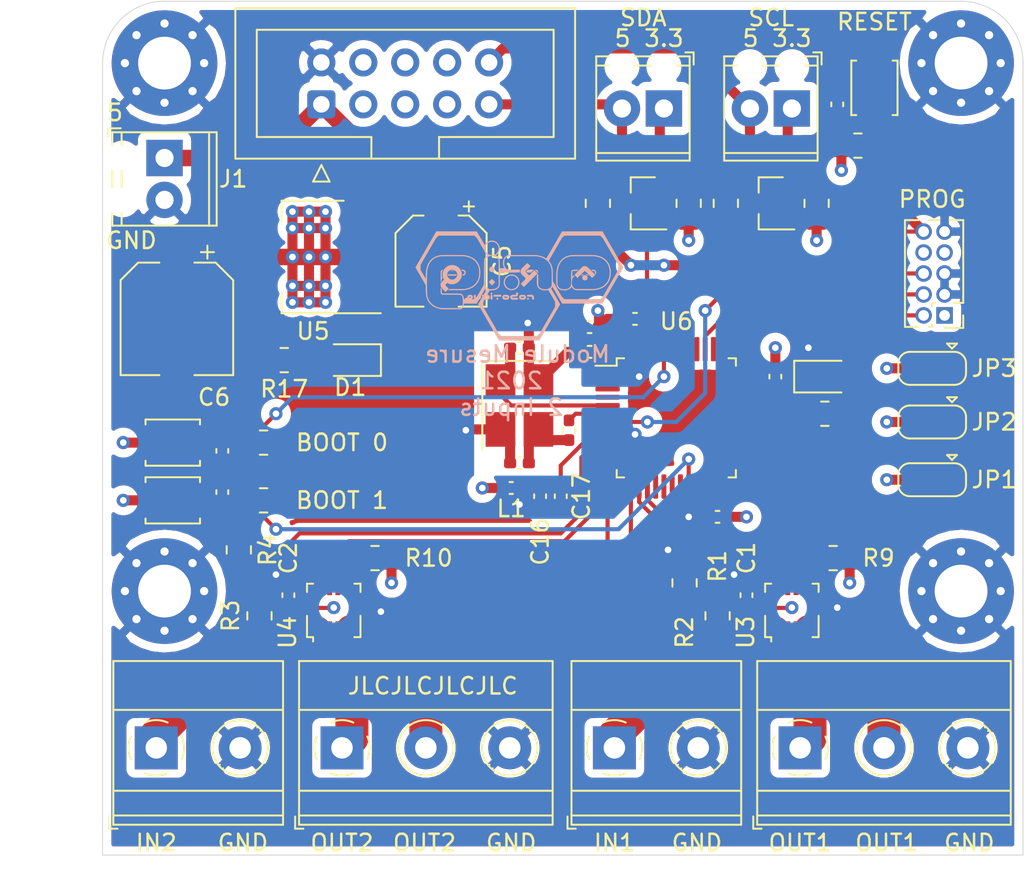
<source format=kicad_pcb>
(kicad_pcb (version 20171130) (host pcbnew 5.1.9-1.fc32)
  (layers (0 F.Cu signal) (1 In1.Cu power) (2 In2.Cu power) (31 B.Cu signal) (34 B.Paste user) (35 F.Paste user) (36 B.SilkS user) (37 F.SilkS user) (38 B.Mask user) (39 F.Mask user) (44 Edge.Cuts user))
  (net 0 "")
  (net 1 GND)
  (net 2 +3V3)
  (net 3 +5V)
  (net 4 OSC_IN)
  (net 5 "Net-(C8-Pad1)")
  (net 6 NRST)
  (net 7 BOOT0)
  (net 8 +3.3VA)
  (net 9 "Net-(D1-Pad2)")
  (net 10 "Net-(D2-Pad2)")
  (net 11 OutMes2)
  (net 12 +12P)
  (net 13 OutMes1)
  (net 14 +12V)
  (net 15 SDA_5)
  (net 16 SCL_5)
  (net 17 SDA_33)
  (net 18 SCL_33)
  (net 19 "Net-(J11-Pad8)")
  (net 20 "Net-(J11-Pad7)")
  (net 21 SWO)
  (net 22 SWCLK)
  (net 23 SWDIO)
  (net 24 "Net-(J12-Pad8)")
  (net 25 "Net-(J12-Pad6)")
  (net 26 "Net-(J12-Pad4)")
  (net 27 "Net-(J12-Pad7)")
  (net 28 "Net-(J12-Pad3)")
  (net 29 ANA_VOLT_1)
  (net 30 ANA_VOLT_2)
  (net 31 FAULT_1)
  (net 32 FAULT_2)
  (net 33 OSC_OUT)
  (net 34 HEART_BEAT)
  (net 35 BOOT1)
  (net 36 ANA_CURRENT_1)
  (net 37 ANA_CURRENT_2)
  (net 38 "Net-(U3-Pad8)")
  (net 39 "Net-(U3-Pad7)")
  (net 40 "Net-(U3-Pad6)")
  (net 41 "Net-(U3-Pad5)")
  (net 42 "Net-(U4-Pad8)")
  (net 43 "Net-(U4-Pad7)")
  (net 44 "Net-(U4-Pad6)")
  (net 45 "Net-(U4-Pad5)")
  (net 46 "Net-(U6-Pad46)")
  (net 47 "Net-(U6-Pad45)")
  (net 48 "Net-(U6-Pad41)")
  (net 49 "Net-(U6-Pad40)")
  (net 50 "Net-(U6-Pad38)")
  (net 51 "Net-(U6-Pad33)")
  (net 52 "Net-(U6-Pad32)")
  (net 53 "Net-(U6-Pad31)")
  (net 54 "Net-(U6-Pad30)")
  (net 55 "Net-(U6-Pad22)")
  (net 56 "Net-(U6-Pad21)")
  (net 57 "Net-(U6-Pad19)")
  (net 58 "Net-(U6-Pad18)")
  (net 59 "Net-(U6-Pad4)")
  (net 60 "Net-(U6-Pad3)")
  (net 61 "Net-(J12-Pad5)")
  (net 62 "Net-(U6-Pad2)")
  (net 63 ADD1)
  (net 64 ADD2)
  (net 65 ADD3)
  (net 66 "Net-(U6-Pad25)")
  (net 67 "Net-(U6-Pad17)")
  (net 68 "Net-(U6-Pad16)")
  (module Connector_PinHeader_1.27mm:PinHeader_2x05_P1.27mm_Vertical (layer F.Cu) (at 167 68.04 180)
    (fp_text reference J11 hide)
    (fp_text value SWD)
    (pad 10 thru_hole oval (at 1.27 5.08 180) (size 1 1) (drill 0.65) (layers *.Cu *.Mask) (net 6 NRST))
    (pad 9 thru_hole oval (at 0 5.08 180) (size 1 1) (drill 0.65) (layers *.Cu *.Mask) (net 1 GND))
    (pad 8 thru_hole oval (at 1.27 3.81 180) (size 1 1) (drill 0.65) (layers *.Cu *.Mask) (net 19 "Net-(J11-Pad8)"))
    (pad 7 thru_hole oval (at 0 3.81 180) (size 1 1) (drill 0.65) (layers *.Cu *.Mask) (net 20 "Net-(J11-Pad7)"))
    (pad 6 thru_hole oval (at 1.27 2.54 180) (size 1 1) (drill 0.65) (layers *.Cu *.Mask) (net 21 SWO))
    (pad 5 thru_hole oval (at 0 2.54 180) (size 1 1) (drill 0.65) (layers *.Cu *.Mask) (net 1 GND))
    (pad 4 thru_hole oval (at 1.27 1.27 180) (size 1 1) (drill 0.65) (layers *.Cu *.Mask) (net 22 SWCLK))
    (pad 3 thru_hole oval (at 0 1.27 180) (size 1 1) (drill 0.65) (layers *.Cu *.Mask) (net 1 GND))
    (pad 2 thru_hole oval (at 1.27 0 180) (size 1 1) (drill 0.65) (layers *.Cu *.Mask) (net 23 SWDIO))
    (pad 1 thru_hole rect (at 0 0 180) (size 1 1) (drill 0.65) (layers *.Cu *.Mask) (net 2 +3V3))
  )
  (module Capacitor_SMD:CP_Elec_5x5.3 (layer F.Cu) (at 136.5 64.75 270)
    (fp_text reference C5 (at 0 -3.7 90) (layer F.SilkS))
    (fp_text value 100u)
    (pad 2 smd roundrect (at 2.2 0 270) (size 3 1.6) (layers F.Cu F.Paste F.Mask) (roundrect_rratio 0.15625) (net 1 GND))
    (pad 1 smd roundrect (at -2.2 0 270) (size 3 1.6) (layers F.Cu F.Paste F.Mask) (roundrect_rratio 0.15625) (net 3 +5V))
  )
  (module TerminalBlock_Phoenix:TerminalBlock_Phoenix_MPT-0,5-2-2.54_1x02_P2.54mm_Horizontal (layer F.Cu) (at 119.75 58.5 270)
    (fp_text reference J1 (at 1.27 -4.16 180) (layer F.SilkS))
    (fp_text value 5V)
    (pad "" np_thru_hole circle (at 2.54 2.54 270) (size 1.1 1.1) (drill 1.1) (layers *.Cu *.Mask))
    (pad 2 thru_hole circle (at 2.54 0 270) (size 2.2 2.2) (drill 1.1) (layers *.Cu *.Mask) (net 1 GND))
    (pad "" np_thru_hole circle (at 0 2.54 270) (size 1.1 1.1) (drill 1.1) (layers *.Cu *.Mask))
    (pad 1 thru_hole rect (at 0 0 270) (size 2.2 2.2) (drill 1.1) (layers *.Cu *.Mask) (net 3 +5V))
  )
  (module Jumper:SolderJumper-3_P1.3mm_Open_RoundedPad1.0x1.5mm (layer F.Cu) (at 166.25 71.25 180)
    (fp_text reference JP3 (at -3.75 0) (layer F.SilkS))
    (fp_text value ADD3)
    (pad 2 smd rect (at 0 0 180) (size 1 1.5) (layers F.Cu F.Mask) (net 65 ADD3))
    (pad 3 smd custom (at 1.3 0 180) (size 1 0.5) (layers F.Cu F.Mask) (net 2 +3V3) (options (clearance outline) (anchor rect)) (primitives (gr_circle (center 0 0.25) (end 0.5 0.25) (width 0)) (gr_circle (center 0 -0.25) (end 0.5 -0.25) (width 0)) (gr_poly (pts (xy -0.55 -0.75) (xy 0 -0.75) (xy 0 0.75) (xy -0.55 0.75)) (width 0))))
    (pad 1 smd custom (at -1.3 0 180) (size 1 0.5) (layers F.Cu F.Mask) (net 1 GND) (options (clearance outline) (anchor rect)) (primitives (gr_circle (center 0 0.25) (end 0.5 0.25) (width 0)) (gr_circle (center 0 -0.25) (end 0.5 -0.25) (width 0)) (gr_poly (pts (xy 0.55 -0.75) (xy 0 -0.75) (xy 0 0.75) (xy 0.55 0.75)) (width 0))))
  )
  (module Jumper:SolderJumper-3_P1.3mm_Open_RoundedPad1.0x1.5mm (layer F.Cu) (at 166.25 74.5 180)
    (fp_text reference JP2 (at -3.75 0) (layer F.SilkS))
    (fp_text value ADD2)
    (pad 2 smd rect (at 0 0 180) (size 1 1.5) (layers F.Cu F.Mask) (net 64 ADD2))
    (pad 3 smd custom (at 1.3 0 180) (size 1 0.5) (layers F.Cu F.Mask) (net 2 +3V3) (options (clearance outline) (anchor rect)) (primitives (gr_circle (center 0 0.25) (end 0.5 0.25) (width 0)) (gr_circle (center 0 -0.25) (end 0.5 -0.25) (width 0)) (gr_poly (pts (xy -0.55 -0.75) (xy 0 -0.75) (xy 0 0.75) (xy -0.55 0.75)) (width 0))))
    (pad 1 smd custom (at -1.3 0 180) (size 1 0.5) (layers F.Cu F.Mask) (net 1 GND) (options (clearance outline) (anchor rect)) (primitives (gr_circle (center 0 0.25) (end 0.5 0.25) (width 0)) (gr_circle (center 0 -0.25) (end 0.5 -0.25) (width 0)) (gr_poly (pts (xy 0.55 -0.75) (xy 0 -0.75) (xy 0 0.75) (xy 0.55 0.75)) (width 0))))
  )
  (module Jumper:SolderJumper-3_P1.3mm_Open_RoundedPad1.0x1.5mm (layer F.Cu) (at 166.25 78 180)
    (fp_text reference JP1 (at -3.75 0) (layer F.SilkS))
    (fp_text value ADD1)
    (pad 2 smd rect (at 0 0 180) (size 1 1.5) (layers F.Cu F.Mask) (net 63 ADD1))
    (pad 3 smd custom (at 1.3 0 180) (size 1 0.5) (layers F.Cu F.Mask) (net 2 +3V3) (options (clearance outline) (anchor rect)) (primitives (gr_circle (center 0 0.25) (end 0.5 0.25) (width 0)) (gr_circle (center 0 -0.25) (end 0.5 -0.25) (width 0)) (gr_poly (pts (xy -0.55 -0.75) (xy 0 -0.75) (xy 0 0.75) (xy -0.55 0.75)) (width 0))))
    (pad 1 smd custom (at -1.3 0 180) (size 1 0.5) (layers F.Cu F.Mask) (net 1 GND) (options (clearance outline) (anchor rect)) (primitives (gr_circle (center 0 0.25) (end 0.5 0.25) (width 0)) (gr_circle (center 0 -0.25) (end 0.5 -0.25) (width 0)) (gr_poly (pts (xy 0.55 -0.75) (xy 0 -0.75) (xy 0 0.75) (xy 0.55 0.75)) (width 0))))
  )
  (module Button_Switch_SMD:SW_SPST_B3U-1000P (layer F.Cu) (at 120.25 79.25 180)
    (fp_text reference SW3 hide)
    (fp_text value Boot1)
    (pad 2 smd rect (at 1.7 0 180) (size 0.9 1.7) (layers F.Cu F.Paste F.Mask) (net 2 +3V3))
    (pad 1 smd rect (at -1.7 0 180) (size 0.9 1.7) (layers F.Cu F.Paste F.Mask) (net 35 BOOT1))
  )
  (module Resistor_SMD:R_0805_2012Metric_Pad1.20x1.40mm_HandSolder (layer F.Cu) (at 125.75 75.75)
    (fp_text reference R19 hide)
    (fp_text value 10k)
    (pad 2 smd roundrect (at 1 0) (size 1.2 1.4) (layers F.Cu F.Paste F.Mask) (roundrect_rratio 0.2083325) (net 1 GND))
    (pad 1 smd roundrect (at -1 0) (size 1.2 1.4) (layers F.Cu F.Paste F.Mask) (roundrect_rratio 0.2083325) (net 7 BOOT0))
  )
  (module Button_Switch_SMD:SW_SPST_B3U-1000P (layer F.Cu) (at 120.25 75.75 180)
    (fp_text reference SW2 hide)
    (fp_text value Boot0)
    (pad 2 smd rect (at 1.7 0 180) (size 0.9 1.7) (layers F.Cu F.Paste F.Mask) (net 2 +3V3))
    (pad 1 smd rect (at -1.7 0 180) (size 0.9 1.7) (layers F.Cu F.Paste F.Mask) (net 7 BOOT0))
  )
  (module Capacitor_SMD:C_0402_1005Metric_Pad0.74x0.62mm_HandSolder (layer F.Cu) (at 123.25 76.25 270)
    (fp_text reference C10 hide)
    (fp_text value 100n)
    (pad 2 smd roundrect (at 0.5675 0 270) (size 0.735 0.62) (layers F.Cu F.Paste F.Mask) (net 1 GND))
    (pad 1 smd roundrect (at -0.5675 0 270) (size 0.735 0.62) (layers F.Cu F.Paste F.Mask) (net 7 BOOT0))
  )
  (module Resistor_SMD:R_0805_2012Metric_Pad1.20x1.40mm_HandSolder (layer F.Cu) (at 127 70.75)
    (fp_text reference R17 (at 0 1.75) (layer F.SilkS))
    (fp_text value 33)
    (pad 2 smd roundrect (at 1 0) (size 1.2 1.4) (layers F.Cu F.Paste F.Mask) (roundrect_rratio 0.2083325) (net 9 "Net-(D1-Pad2)"))
    (pad 1 smd roundrect (at -1 0) (size 1.2 1.4) (layers F.Cu F.Paste F.Mask) (roundrect_rratio 0.2083325) (net 2 +3V3))
  )
  (module Package_TO_SOT_SMD:SOT-223-3_TabPin2 (layer F.Cu) (at 128.75 64.5 180)
    (fp_text reference U5 (at 0 -4.5) (layer F.SilkS))
    (fp_text value AMS1117-3.3)
    (pad 1 smd rect (at -3.15 -2.3 180) (size 2 1.5) (layers F.Cu F.Paste F.Mask) (net 1 GND))
    (pad 3 smd rect (at -3.15 2.3 180) (size 2 1.5) (layers F.Cu F.Paste F.Mask) (net 3 +5V))
    (pad 2 smd rect (at -3.15 0 180) (size 2 1.5) (layers F.Cu F.Paste F.Mask) (net 2 +3V3))
    (pad 2 smd rect (at 3.15 0 180) (size 2 3.8) (layers F.Cu F.Paste F.Mask) (net 2 +3V3))
  )
  (module LED_SMD:LED_0805_2012Metric_Pad1.15x1.40mm_HandSolder (layer F.Cu) (at 131 70.75 180)
    (fp_text reference D1 (at 0 -1.65) (layer F.SilkS))
    (fp_text value Green)
    (pad 2 smd roundrect (at 1.025 0 180) (size 1.15 1.4) (layers F.Cu F.Paste F.Mask) (roundrect_rratio 0.2173904347826087) (net 9 "Net-(D1-Pad2)"))
    (pad 1 smd roundrect (at -1.025 0 180) (size 1.15 1.4) (layers F.Cu F.Paste F.Mask) (roundrect_rratio 0.2173904347826087) (net 1 GND))
  )
  (module Capacitor_SMD:CP_Elec_6.3x7.7 (layer F.Cu) (at 120.5 68.25 270)
    (fp_text reference C6 (at 4.75 -2.25 180) (layer F.SilkS))
    (fp_text value 330u)
    (pad 2 smd roundrect (at 2.7 0 270) (size 3.5 1.6) (layers F.Cu F.Paste F.Mask) (roundrect_rratio 0.15625) (net 1 GND))
    (pad 1 smd roundrect (at -2.7 0 270) (size 3.5 1.6) (layers F.Cu F.Paste F.Mask) (roundrect_rratio 0.15625) (net 2 +3V3))
  )
  (module ARIG:Logo_ARIG_12_6x6_6 (layer B.Cu) (at 141.25 66.25 180)
    (fp_text reference G*** hide)
    (fp_text value LOGO hide)
  )
  (module TerminalBlock_Phoenix:TerminalBlock_Phoenix_MPT-0,5-2-2.54_1x02_P2.54mm_Horizontal (layer F.Cu) (at 157.75 55.5 180)
    (fp_text reference J9 hide)
    (fp_text value "I2C SCL")
    (pad "" np_thru_hole circle (at 2.54 2.54 180) (size 1.1 1.1) (drill 1.1) (layers *.Cu *.Mask))
    (pad 2 thru_hole circle (at 2.54 0 180) (size 2.2 2.2) (drill 1.1) (layers *.Cu *.Mask) (net 16 SCL_5))
    (pad "" np_thru_hole circle (at 0 2.54 180) (size 1.1 1.1) (drill 1.1) (layers *.Cu *.Mask))
    (pad 1 thru_hole rect (at 0 0 180) (size 2.2 2.2) (drill 1.1) (layers *.Cu *.Mask) (net 18 SCL_33))
  )
  (module TerminalBlock_Phoenix:TerminalBlock_Phoenix_MPT-0,5-2-2.54_1x02_P2.54mm_Horizontal (layer F.Cu) (at 150 55.5 180)
    (fp_text reference J10 hide)
    (fp_text value "I2C SDA")
    (pad "" np_thru_hole circle (at 2.54 2.54 180) (size 1.1 1.1) (drill 1.1) (layers *.Cu *.Mask))
    (pad 2 thru_hole circle (at 2.54 0 180) (size 2.2 2.2) (drill 1.1) (layers *.Cu *.Mask) (net 15 SDA_5))
    (pad "" np_thru_hole circle (at 0 2.54 180) (size 1.1 1.1) (drill 1.1) (layers *.Cu *.Mask))
    (pad 1 thru_hole rect (at 0 0 180) (size 2.2 2.2) (drill 1.1) (layers *.Cu *.Mask) (net 17 SDA_33))
  )
  (module MountingHole:MountingHole_3.2mm_M3_Pad_Via (layer F.Cu) (at 168 84.75)
    (fp_text reference H4 hide)
    (fp_text value MountingHole_Pad)
    (pad 1 thru_hole circle (at 1.697056 -1.697056) (size 0.8 0.8) (drill 0.5) (layers *.Cu *.Mask) (net 1 GND))
    (pad 1 thru_hole circle (at 0 -2.4) (size 0.8 0.8) (drill 0.5) (layers *.Cu *.Mask) (net 1 GND))
    (pad 1 thru_hole circle (at -1.697056 -1.697056) (size 0.8 0.8) (drill 0.5) (layers *.Cu *.Mask) (net 1 GND))
    (pad 1 thru_hole circle (at -2.4 0) (size 0.8 0.8) (drill 0.5) (layers *.Cu *.Mask) (net 1 GND))
    (pad 1 thru_hole circle (at -1.697056 1.697056) (size 0.8 0.8) (drill 0.5) (layers *.Cu *.Mask) (net 1 GND))
    (pad 1 thru_hole circle (at 0 2.4) (size 0.8 0.8) (drill 0.5) (layers *.Cu *.Mask) (net 1 GND))
    (pad 1 thru_hole circle (at 1.697056 1.697056) (size 0.8 0.8) (drill 0.5) (layers *.Cu *.Mask) (net 1 GND))
    (pad 1 thru_hole circle (at 2.4 0) (size 0.8 0.8) (drill 0.5) (layers *.Cu *.Mask) (net 1 GND))
    (pad 1 thru_hole circle (at 0 0) (size 6.4 6.4) (drill 3.2) (layers *.Cu *.Mask) (net 1 GND))
  )
  (module MountingHole:MountingHole_3.2mm_M3_Pad_Via (layer F.Cu) (at 168 52.75)
    (fp_text reference H3 hide)
    (fp_text value MountingHole_Pad)
    (pad 1 thru_hole circle (at 1.697056 -1.697056) (size 0.8 0.8) (drill 0.5) (layers *.Cu *.Mask) (net 1 GND))
    (pad 1 thru_hole circle (at 0 -2.4) (size 0.8 0.8) (drill 0.5) (layers *.Cu *.Mask) (net 1 GND))
    (pad 1 thru_hole circle (at -1.697056 -1.697056) (size 0.8 0.8) (drill 0.5) (layers *.Cu *.Mask) (net 1 GND))
    (pad 1 thru_hole circle (at -2.4 0) (size 0.8 0.8) (drill 0.5) (layers *.Cu *.Mask) (net 1 GND))
    (pad 1 thru_hole circle (at -1.697056 1.697056) (size 0.8 0.8) (drill 0.5) (layers *.Cu *.Mask) (net 1 GND))
    (pad 1 thru_hole circle (at 0 2.4) (size 0.8 0.8) (drill 0.5) (layers *.Cu *.Mask) (net 1 GND))
    (pad 1 thru_hole circle (at 1.697056 1.697056) (size 0.8 0.8) (drill 0.5) (layers *.Cu *.Mask) (net 1 GND))
    (pad 1 thru_hole circle (at 2.4 0) (size 0.8 0.8) (drill 0.5) (layers *.Cu *.Mask) (net 1 GND))
    (pad 1 thru_hole circle (at 0 0) (size 6.4 6.4) (drill 3.2) (layers *.Cu *.Mask) (net 1 GND))
  )
  (module MountingHole:MountingHole_3.2mm_M3_Pad_Via (layer F.Cu) (at 119.75 84.75)
    (fp_text reference H2 hide)
    (fp_text value MountingHole_Pad)
    (pad 1 thru_hole circle (at 1.697056 -1.697056) (size 0.8 0.8) (drill 0.5) (layers *.Cu *.Mask) (net 1 GND))
    (pad 1 thru_hole circle (at 0 -2.4) (size 0.8 0.8) (drill 0.5) (layers *.Cu *.Mask) (net 1 GND))
    (pad 1 thru_hole circle (at -1.697056 -1.697056) (size 0.8 0.8) (drill 0.5) (layers *.Cu *.Mask) (net 1 GND))
    (pad 1 thru_hole circle (at -2.4 0) (size 0.8 0.8) (drill 0.5) (layers *.Cu *.Mask) (net 1 GND))
    (pad 1 thru_hole circle (at -1.697056 1.697056) (size 0.8 0.8) (drill 0.5) (layers *.Cu *.Mask) (net 1 GND))
    (pad 1 thru_hole circle (at 0 2.4) (size 0.8 0.8) (drill 0.5) (layers *.Cu *.Mask) (net 1 GND))
    (pad 1 thru_hole circle (at 1.697056 1.697056) (size 0.8 0.8) (drill 0.5) (layers *.Cu *.Mask) (net 1 GND))
    (pad 1 thru_hole circle (at 2.4 0) (size 0.8 0.8) (drill 0.5) (layers *.Cu *.Mask) (net 1 GND))
    (pad 1 thru_hole circle (at 0 0) (size 6.4 6.4) (drill 3.2) (layers *.Cu *.Mask) (net 1 GND))
  )
  (module MountingHole:MountingHole_3.2mm_M3_Pad_Via (layer F.Cu) (at 119.75 52.75)
    (fp_text reference H1 hide)
    (fp_text value MountingHole_Pad)
    (pad 1 thru_hole circle (at 1.697056 -1.697056) (size 0.8 0.8) (drill 0.5) (layers *.Cu *.Mask) (net 1 GND))
    (pad 1 thru_hole circle (at 0 -2.4) (size 0.8 0.8) (drill 0.5) (layers *.Cu *.Mask) (net 1 GND))
    (pad 1 thru_hole circle (at -1.697056 -1.697056) (size 0.8 0.8) (drill 0.5) (layers *.Cu *.Mask) (net 1 GND))
    (pad 1 thru_hole circle (at -2.4 0) (size 0.8 0.8) (drill 0.5) (layers *.Cu *.Mask) (net 1 GND))
    (pad 1 thru_hole circle (at -1.697056 1.697056) (size 0.8 0.8) (drill 0.5) (layers *.Cu *.Mask) (net 1 GND))
    (pad 1 thru_hole circle (at 0 2.4) (size 0.8 0.8) (drill 0.5) (layers *.Cu *.Mask) (net 1 GND))
    (pad 1 thru_hole circle (at 1.697056 1.697056) (size 0.8 0.8) (drill 0.5) (layers *.Cu *.Mask) (net 1 GND))
    (pad 1 thru_hole circle (at 2.4 0) (size 0.8 0.8) (drill 0.5) (layers *.Cu *.Mask) (net 1 GND))
    (pad 1 thru_hole circle (at 0 0) (size 6.4 6.4) (drill 3.2) (layers *.Cu *.Mask) (net 1 GND))
  )
  (module Capacitor_SMD:C_0402_1005Metric_Pad0.74x0.62mm_HandSolder (layer F.Cu) (at 123.25 78.75 90)
    (fp_text reference C18 hide)
    (fp_text value 100n)
    (pad 2 smd roundrect (at 0.5675 0 90) (size 0.735 0.62) (layers F.Cu F.Paste F.Mask) (net 1 GND))
    (pad 1 smd roundrect (at -0.5675 0 90) (size 0.735 0.62) (layers F.Cu F.Paste F.Mask) (net 35 BOOT1))
  )
  (module Resistor_SMD:R_0402_1005Metric_Pad0.72x0.64mm_HandSolder (layer F.Cu) (at 144.25 75 270)
    (fp_text reference R20 hide)
    (fp_text value 47)
    (pad 2 smd roundrect (at 0.5975 0 270) (size 0.715 0.64) (layers F.Cu F.Paste F.Mask) (net 5 "Net-(C8-Pad1)"))
    (pad 1 smd roundrect (at -0.5975 0 270) (size 0.715 0.64) (layers F.Cu F.Paste F.Mask) (net 33 OSC_OUT))
  )
  (module Crystal:Crystal_SMD_3225-4Pin_3.2x2.5mm_HandSoldering (layer F.Cu) (at 141.25 73.5 270)
    (fp_text reference Y1 hide)
    (fp_text value 16Mhz)
    (pad 4 smd rect (at -1.45 -1.15 270) (size 2.1 1.8) (layers F.Cu F.Paste F.Mask) (net 1 GND))
    (pad 3 smd rect (at 1.45 -1.15 270) (size 2.1 1.8) (layers F.Cu F.Paste F.Mask) (net 5 "Net-(C8-Pad1)"))
    (pad 2 smd rect (at 1.45 1.15 270) (size 2.1 1.8) (layers F.Cu F.Paste F.Mask) (net 1 GND))
    (pad 1 smd rect (at -1.45 1.15 270) (size 2.1 1.8) (layers F.Cu F.Paste F.Mask) (net 4 OSC_IN))
  )
  (module Package_QFP:LQFP-48_7x7mm_P0.5mm (layer F.Cu) (at 150.75 74.25)
    (fp_text reference U6 (at 0 -5.85) (layer F.SilkS))
    (fp_text value STM32F103C8Tx)
    (pad 48 smd roundrect (at -2.75 -4.1625) (size 0.3 1.475) (layers F.Cu F.Paste F.Mask) (net 2 +3V3))
    (pad 47 smd roundrect (at -2.25 -4.1625) (size 0.3 1.475) (layers F.Cu F.Paste F.Mask) (net 1 GND))
    (pad 46 smd roundrect (at -1.75 -4.1625) (size 0.3 1.475) (layers F.Cu F.Paste F.Mask) (net 46 "Net-(U6-Pad46)"))
    (pad 45 smd roundrect (at -1.25 -4.1625) (size 0.3 1.475) (layers F.Cu F.Paste F.Mask) (net 47 "Net-(U6-Pad45)"))
    (pad 44 smd roundrect (at -0.75 -4.1625) (size 0.3 1.475) (layers F.Cu F.Paste F.Mask) (net 7 BOOT0))
    (pad 43 smd roundrect (at -0.25 -4.1625) (size 0.3 1.475) (layers F.Cu F.Paste F.Mask) (net 17 SDA_33))
    (pad 42 smd roundrect (at 0.25 -4.1625) (size 0.3 1.475) (layers F.Cu F.Paste F.Mask) (net 18 SCL_33))
    (pad 41 smd roundrect (at 0.75 -4.1625) (size 0.3 1.475) (layers F.Cu F.Paste F.Mask) (net 48 "Net-(U6-Pad41)"))
    (pad 40 smd roundrect (at 1.25 -4.1625) (size 0.3 1.475) (layers F.Cu F.Paste F.Mask) (net 49 "Net-(U6-Pad40)"))
    (pad 39 smd roundrect (at 1.75 -4.1625) (size 0.3 1.475) (layers F.Cu F.Paste F.Mask) (net 21 SWO))
    (pad 38 smd roundrect (at 2.25 -4.1625) (size 0.3 1.475) (layers F.Cu F.Paste F.Mask) (net 50 "Net-(U6-Pad38)"))
    (pad 37 smd roundrect (at 2.75 -4.1625) (size 0.3 1.475) (layers F.Cu F.Paste F.Mask) (net 22 SWCLK))
    (pad 36 smd roundrect (at 4.1625 -2.75) (size 1.475 0.3) (layers F.Cu F.Paste F.Mask) (net 2 +3V3))
    (pad 35 smd roundrect (at 4.1625 -2.25) (size 1.475 0.3) (layers F.Cu F.Paste F.Mask) (net 1 GND))
    (pad 34 smd roundrect (at 4.1625 -1.75) (size 1.475 0.3) (layers F.Cu F.Paste F.Mask) (net 23 SWDIO))
    (pad 33 smd roundrect (at 4.1625 -1.25) (size 1.475 0.3) (layers F.Cu F.Paste F.Mask) (net 51 "Net-(U6-Pad33)"))
    (pad 32 smd roundrect (at 4.1625 -0.75) (size 1.475 0.3) (layers F.Cu F.Paste F.Mask) (net 52 "Net-(U6-Pad32)"))
    (pad 31 smd roundrect (at 4.1625 -0.25) (size 1.475 0.3) (layers F.Cu F.Paste F.Mask) (net 53 "Net-(U6-Pad31)"))
    (pad 30 smd roundrect (at 4.1625 0.25) (size 1.475 0.3) (layers F.Cu F.Paste F.Mask) (net 54 "Net-(U6-Pad30)"))
    (pad 29 smd roundrect (at 4.1625 0.75) (size 1.475 0.3) (layers F.Cu F.Paste F.Mask) (net 34 HEART_BEAT))
    (pad 28 smd roundrect (at 4.1625 1.25) (size 1.475 0.3) (layers F.Cu F.Paste F.Mask) (net 65 ADD3))
    (pad 27 smd roundrect (at 4.1625 1.75) (size 1.475 0.3) (layers F.Cu F.Paste F.Mask) (net 64 ADD2))
    (pad 26 smd roundrect (at 4.1625 2.25) (size 1.475 0.3) (layers F.Cu F.Paste F.Mask) (net 63 ADD1))
    (pad 25 smd roundrect (at 4.1625 2.75) (size 1.475 0.3) (layers F.Cu F.Paste F.Mask) (net 66 "Net-(U6-Pad25)"))
    (pad 24 smd roundrect (at 2.75 4.1625) (size 0.3 1.475) (layers F.Cu F.Paste F.Mask) (net 2 +3V3))
    (pad 23 smd roundrect (at 2.25 4.1625) (size 0.3 1.475) (layers F.Cu F.Paste F.Mask) (net 1 GND))
    (pad 22 smd roundrect (at 1.75 4.1625) (size 0.3 1.475) (layers F.Cu F.Paste F.Mask) (net 55 "Net-(U6-Pad22)"))
    (pad 21 smd roundrect (at 1.25 4.1625) (size 0.3 1.475) (layers F.Cu F.Paste F.Mask) (net 56 "Net-(U6-Pad21)"))
    (pad 20 smd roundrect (at 0.75 4.1625) (size 0.3 1.475) (layers F.Cu F.Paste F.Mask) (net 35 BOOT1))
    (pad 19 smd roundrect (at 0.25 4.1625) (size 0.3 1.475) (layers F.Cu F.Paste F.Mask) (net 57 "Net-(U6-Pad19)"))
    (pad 18 smd roundrect (at -0.25 4.1625) (size 0.3 1.475) (layers F.Cu F.Paste F.Mask) (net 58 "Net-(U6-Pad18)"))
    (pad 17 smd roundrect (at -0.75 4.1625) (size 0.3 1.475) (layers F.Cu F.Paste F.Mask) (net 67 "Net-(U6-Pad17)"))
    (pad 16 smd roundrect (at -1.25 4.1625) (size 0.3 1.475) (layers F.Cu F.Paste F.Mask) (net 68 "Net-(U6-Pad16)"))
    (pad 15 smd roundrect (at -1.75 4.1625) (size 0.3 1.475) (layers F.Cu F.Paste F.Mask) (net 31 FAULT_1))
    (pad 14 smd roundrect (at -2.25 4.1625) (size 0.3 1.475) (layers F.Cu F.Paste F.Mask) (net 36 ANA_CURRENT_1))
    (pad 13 smd roundrect (at -2.75 4.1625) (size 0.3 1.475) (layers F.Cu F.Paste F.Mask) (net 29 ANA_VOLT_1))
    (pad 12 smd roundrect (at -4.1625 2.75) (size 1.475 0.3) (layers F.Cu F.Paste F.Mask) (net 32 FAULT_2))
    (pad 11 smd roundrect (at -4.1625 2.25) (size 1.475 0.3) (layers F.Cu F.Paste F.Mask) (net 37 ANA_CURRENT_2))
    (pad 10 smd roundrect (at -4.1625 1.75) (size 1.475 0.3) (layers F.Cu F.Paste F.Mask) (net 30 ANA_VOLT_2))
    (pad 9 smd roundrect (at -4.1625 1.25) (size 1.475 0.3) (layers F.Cu F.Paste F.Mask) (net 8 +3.3VA))
    (pad 8 smd roundrect (at -4.1625 0.75) (size 1.475 0.3) (layers F.Cu F.Paste F.Mask) (net 1 GND))
    (pad 7 smd roundrect (at -4.1625 0.25) (size 1.475 0.3) (layers F.Cu F.Paste F.Mask) (net 6 NRST))
    (pad 6 smd roundrect (at -4.1625 -0.25) (size 1.475 0.3) (layers F.Cu F.Paste F.Mask) (net 33 OSC_OUT))
    (pad 5 smd roundrect (at -4.1625 -0.75) (size 1.475 0.3) (layers F.Cu F.Paste F.Mask) (net 4 OSC_IN))
    (pad 4 smd roundrect (at -4.1625 -1.25) (size 1.475 0.3) (layers F.Cu F.Paste F.Mask) (net 59 "Net-(U6-Pad4)"))
    (pad 3 smd roundrect (at -4.1625 -1.75) (size 1.475 0.3) (layers F.Cu F.Paste F.Mask) (net 60 "Net-(U6-Pad3)"))
    (pad 2 smd roundrect (at -4.1625 -2.25) (size 1.475 0.3) (layers F.Cu F.Paste F.Mask) (net 62 "Net-(U6-Pad2)"))
    (pad 1 smd roundrect (at -4.1625 -2.75) (size 1.475 0.3) (layers F.Cu F.Paste F.Mask) (net 2 +3V3))
  )
  (module Sensor_Current:Allegro_QFN-12-10-1EP_3x3mm_P0.5mm (layer F.Cu) (at 130 86 90)
    (fp_text reference U4 (at -1.25 -2.8 90) (layer F.SilkS))
    (fp_text value ACS711xEXLT-15AB)
    (pad 2 smd rect (at -0.785 0.7 135) (size 0.2828 0.2828) (layers F.Cu F.Paste F.Mask) (net 11 OutMes2))
    (pad 2 smd rect (at -0.685 0.4 90) (size 0.2 0.6) (layers F.Cu F.Paste F.Mask) (net 11 OutMes2))
    (pad 2 smd rect (at -1.32 0.5 90) (size 1.07 0.8) (layers F.Cu F.Paste F.Mask) (net 11 OutMes2))
    (pad 1 smd rect (at -0.785 -0.7 135) (size 0.2828 0.2828) (layers F.Cu F.Paste F.Mask) (net 14 +12V))
    (pad 1 smd rect (at -0.685 -0.4 90) (size 0.2 0.6) (layers F.Cu F.Paste F.Mask) (net 14 +12V))
    (pad 1 smd rect (at -1.32 -0.5 90) (size 1.07 0.8) (layers F.Cu F.Paste F.Mask) (net 14 +12V))
    (pad 8 smd rect (at 1.43 -0.75 90) (size 0.85 0.3) (layers F.Cu F.Paste F.Mask) (net 42 "Net-(U4-Pad8)"))
    (pad 7 smd rect (at 1.43 -0.25 90) (size 0.85 0.3) (layers F.Cu F.Paste F.Mask) (net 43 "Net-(U4-Pad7)"))
    (pad 6 smd rect (at 1.43 0.25 90) (size 0.85 0.3) (layers F.Cu F.Paste F.Mask) (net 44 "Net-(U4-Pad6)"))
    (pad 5 smd rect (at 1.43 0.75 90) (size 0.85 0.3) (layers F.Cu F.Paste F.Mask) (net 45 "Net-(U4-Pad5)"))
    (pad 4 smd rect (at 0.73 1.45 90) (size 0.3 0.85) (layers F.Cu F.Paste F.Mask) (net 32 FAULT_2))
    (pad 3 smd rect (at 0.23 1.45 90) (size 0.3 0.85) (layers F.Cu F.Paste F.Mask) (net 1 GND))
    (pad 9 smd rect (at 0.73 -1.45 90) (size 0.3 0.85) (layers F.Cu F.Paste F.Mask) (net 37 ANA_CURRENT_2))
    (pad 10 smd rect (at 0.23 -1.45 90) (size 0.3 0.85) (layers F.Cu F.Paste F.Mask) (net 2 +3V3))
  )
  (module Sensor_Current:Allegro_QFN-12-10-1EP_3x3mm_P0.5mm (layer F.Cu) (at 157.75 86 90)
    (fp_text reference U3 (at -1.25 -2.8 90) (layer F.SilkS))
    (fp_text value ACS711xEXLT-15AB)
    (pad 2 smd rect (at -0.785 0.7 135) (size 0.2828 0.2828) (layers F.Cu F.Paste F.Mask) (net 13 OutMes1))
    (pad 2 smd rect (at -0.685 0.4 90) (size 0.2 0.6) (layers F.Cu F.Paste F.Mask) (net 13 OutMes1))
    (pad 2 smd rect (at -1.32 0.5 90) (size 1.07 0.8) (layers F.Cu F.Paste F.Mask) (net 13 OutMes1))
    (pad 1 smd rect (at -0.785 -0.7 135) (size 0.2828 0.2828) (layers F.Cu F.Paste F.Mask) (net 12 +12P))
    (pad 1 smd rect (at -0.685 -0.4 90) (size 0.2 0.6) (layers F.Cu F.Paste F.Mask) (net 12 +12P))
    (pad 1 smd rect (at -1.32 -0.5 90) (size 1.07 0.8) (layers F.Cu F.Paste F.Mask) (net 12 +12P))
    (pad 8 smd rect (at 1.43 -0.75 90) (size 0.85 0.3) (layers F.Cu F.Paste F.Mask) (net 38 "Net-(U3-Pad8)"))
    (pad 7 smd rect (at 1.43 -0.25 90) (size 0.85 0.3) (layers F.Cu F.Paste F.Mask) (net 39 "Net-(U3-Pad7)"))
    (pad 6 smd rect (at 1.43 0.25 90) (size 0.85 0.3) (layers F.Cu F.Paste F.Mask) (net 40 "Net-(U3-Pad6)"))
    (pad 5 smd rect (at 1.43 0.75 90) (size 0.85 0.3) (layers F.Cu F.Paste F.Mask) (net 41 "Net-(U3-Pad5)"))
    (pad 4 smd rect (at 0.73 1.45 90) (size 0.3 0.85) (layers F.Cu F.Paste F.Mask) (net 31 FAULT_1))
    (pad 3 smd rect (at 0.23 1.45 90) (size 0.3 0.85) (layers F.Cu F.Paste F.Mask) (net 1 GND))
    (pad 9 smd rect (at 0.73 -1.45 90) (size 0.3 0.85) (layers F.Cu F.Paste F.Mask) (net 36 ANA_CURRENT_1))
    (pad 10 smd rect (at 0.23 -1.45 90) (size 0.3 0.85) (layers F.Cu F.Paste F.Mask) (net 2 +3V3))
  )
  (module Button_Switch_SMD:SW_SPST_B3U-1000P (layer F.Cu) (at 162.75 54.25 270)
    (fp_text reference SW1 hide)
    (fp_text value Reset)
    (pad 2 smd rect (at 1.7 0 270) (size 0.9 1.7) (layers F.Cu F.Paste F.Mask) (net 6 NRST))
    (pad 1 smd rect (at -1.7 0 270) (size 0.9 1.7) (layers F.Cu F.Paste F.Mask) (net 1 GND))
  )
  (module Resistor_SMD:R_0805_2012Metric_Pad1.20x1.40mm_HandSolder (layer F.Cu) (at 125.75 79.25)
    (fp_text reference R22 hide)
    (fp_text value 10k)
    (pad 2 smd roundrect (at 1 0) (size 1.2 1.4) (layers F.Cu F.Paste F.Mask) (roundrect_rratio 0.2083325) (net 1 GND))
    (pad 1 smd roundrect (at -1 0) (size 1.2 1.4) (layers F.Cu F.Paste F.Mask) (roundrect_rratio 0.2083325) (net 35 BOOT1))
  )
  (module Resistor_SMD:R_0805_2012Metric_Pad1.20x1.40mm_HandSolder (layer F.Cu) (at 159.75 74)
    (fp_text reference R21 hide)
    (fp_text value 33)
    (pad 2 smd roundrect (at 1 0) (size 1.2 1.4) (layers F.Cu F.Paste F.Mask) (roundrect_rratio 0.2083325) (net 10 "Net-(D2-Pad2)"))
    (pad 1 smd roundrect (at -1 0) (size 1.2 1.4) (layers F.Cu F.Paste F.Mask) (roundrect_rratio 0.2083325) (net 34 HEART_BEAT))
  )
  (module Resistor_SMD:R_0805_2012Metric_Pad1.20x1.40mm_HandSolder (layer F.Cu) (at 161.75 57.75)
    (fp_text reference R18 hide)
    (fp_text value 10k)
    (pad 2 smd roundrect (at 1 0) (size 1.2 1.4) (layers F.Cu F.Paste F.Mask) (roundrect_rratio 0.2083325) (net 6 NRST))
    (pad 1 smd roundrect (at -1 0) (size 1.2 1.4) (layers F.Cu F.Paste F.Mask) (roundrect_rratio 0.2083325) (net 2 +3V3))
  )
  (module Resistor_SMD:R_0805_2012Metric_Pad1.20x1.40mm_HandSolder (layer F.Cu) (at 146 61.25 90)
    (fp_text reference R16 hide)
    (fp_text value 10k)
    (pad 2 smd roundrect (at 1 0 90) (size 1.2 1.4) (layers F.Cu F.Paste F.Mask) (roundrect_rratio 0.2083325) (net 15 SDA_5))
    (pad 1 smd roundrect (at -1 0 90) (size 1.2 1.4) (layers F.Cu F.Paste F.Mask) (roundrect_rratio 0.2083325) (net 3 +5V))
  )
  (module Resistor_SMD:R_0805_2012Metric_Pad1.20x1.40mm_HandSolder (layer F.Cu) (at 153.75 61.25 90)
    (fp_text reference R15 hide)
    (fp_text value 10k)
    (pad 2 smd roundrect (at 1 0 90) (size 1.2 1.4) (layers F.Cu F.Paste F.Mask) (roundrect_rratio 0.2083325) (net 16 SCL_5))
    (pad 1 smd roundrect (at -1 0 90) (size 1.2 1.4) (layers F.Cu F.Paste F.Mask) (roundrect_rratio 0.2083325) (net 3 +5V))
  )
  (module Resistor_SMD:R_0805_2012Metric_Pad1.20x1.40mm_HandSolder (layer F.Cu) (at 151.5 61.25 90)
    (fp_text reference R13 hide)
    (fp_text value 10k)
    (pad 2 smd roundrect (at 1 0 90) (size 1.2 1.4) (layers F.Cu F.Paste F.Mask) (roundrect_rratio 0.2083325) (net 17 SDA_33))
    (pad 1 smd roundrect (at -1 0 90) (size 1.2 1.4) (layers F.Cu F.Paste F.Mask) (roundrect_rratio 0.2083325) (net 2 +3V3))
  )
  (module Resistor_SMD:R_0805_2012Metric_Pad1.20x1.40mm_HandSolder (layer F.Cu) (at 159.25 61.25 90)
    (fp_text reference R12 hide)
    (fp_text value 10k)
    (pad 2 smd roundrect (at 1 0 90) (size 1.2 1.4) (layers F.Cu F.Paste F.Mask) (roundrect_rratio 0.2083325) (net 18 SCL_33))
    (pad 1 smd roundrect (at -1 0 90) (size 1.2 1.4) (layers F.Cu F.Paste F.Mask) (roundrect_rratio 0.2083325) (net 2 +3V3))
  )
  (module Resistor_SMD:R_0805_2012Metric_Pad1.20x1.40mm_HandSolder (layer F.Cu) (at 132.5 82.75 180)
    (fp_text reference R10 (at -3.25 0) (layer F.SilkS))
    (fp_text value 10k)
    (pad 2 smd roundrect (at 1 0 180) (size 1.2 1.4) (layers F.Cu F.Paste F.Mask) (roundrect_rratio 0.2083325) (net 32 FAULT_2))
    (pad 1 smd roundrect (at -1 0 180) (size 1.2 1.4) (layers F.Cu F.Paste F.Mask) (roundrect_rratio 0.2083325) (net 2 +3V3))
  )
  (module Resistor_SMD:R_0805_2012Metric_Pad1.20x1.40mm_HandSolder (layer F.Cu) (at 160.25 82.75 180)
    (fp_text reference R9 (at -2.75 0) (layer F.SilkS))
    (fp_text value 10k)
    (pad 2 smd roundrect (at 1 0 180) (size 1.2 1.4) (layers F.Cu F.Paste F.Mask) (roundrect_rratio 0.2083325) (net 31 FAULT_1))
    (pad 1 smd roundrect (at -1 0 180) (size 1.2 1.4) (layers F.Cu F.Paste F.Mask) (roundrect_rratio 0.2083325) (net 2 +3V3))
  )
  (module Resistor_SMD:R_0805_2012Metric_Pad1.20x1.40mm_HandSolder (layer F.Cu) (at 124.25 82.25 90)
    (fp_text reference R4 (at 0 1.75 90) (layer F.SilkS))
    (fp_text value 1.8k)
    (pad 2 smd roundrect (at 1 0 90) (size 1.2 1.4) (layers F.Cu F.Paste F.Mask) (roundrect_rratio 0.2083325) (net 1 GND))
    (pad 1 smd roundrect (at -1 0 90) (size 1.2 1.4) (layers F.Cu F.Paste F.Mask) (roundrect_rratio 0.2083325) (net 30 ANA_VOLT_2))
  )
  (module Resistor_SMD:R_0805_2012Metric_Pad1.20x1.40mm_HandSolder (layer F.Cu) (at 125.5 86.25 90)
    (fp_text reference R3 (at 0 -1.75 90) (layer F.SilkS))
    (fp_text value 5.6k)
    (pad 2 smd roundrect (at 1 0 90) (size 1.2 1.4) (layers F.Cu F.Paste F.Mask) (roundrect_rratio 0.2083325) (net 30 ANA_VOLT_2))
    (pad 1 smd roundrect (at -1 0 90) (size 1.2 1.4) (layers F.Cu F.Paste F.Mask) (roundrect_rratio 0.2083325) (net 14 +12V))
  )
  (module Resistor_SMD:R_0805_2012Metric_Pad1.20x1.40mm_HandSolder (layer F.Cu) (at 151.25 84.25 90)
    (fp_text reference R2 (at -3 0 90) (layer F.SilkS))
    (fp_text value 1.8k)
    (pad 2 smd roundrect (at 1 0 90) (size 1.2 1.4) (layers F.Cu F.Paste F.Mask) (roundrect_rratio 0.2083325) (net 1 GND))
    (pad 1 smd roundrect (at -1 0 90) (size 1.2 1.4) (layers F.Cu F.Paste F.Mask) (roundrect_rratio 0.2083325) (net 29 ANA_VOLT_1))
  )
  (module Resistor_SMD:R_0805_2012Metric_Pad1.20x1.40mm_HandSolder (layer F.Cu) (at 153.25 86.25 90)
    (fp_text reference R1 (at 3 0 90) (layer F.SilkS))
    (fp_text value 5.6k)
    (pad 2 smd roundrect (at 1 0 90) (size 1.2 1.4) (layers F.Cu F.Paste F.Mask) (roundrect_rratio 0.2083325) (net 29 ANA_VOLT_1))
    (pad 1 smd roundrect (at -1 0 90) (size 1.2 1.4) (layers F.Cu F.Paste F.Mask) (roundrect_rratio 0.2083325) (net 12 +12P))
  )
  (module Package_TO_SOT_SMD:SOT-23 (layer F.Cu) (at 148.75 61.25 180)
    (fp_text reference Q2 hide)
    (fp_text value BSS138)
    (pad 3 smd rect (at 1 0 180) (size 0.9 0.8) (layers F.Cu F.Paste F.Mask) (net 15 SDA_5))
    (pad 2 smd rect (at -1 0.95 180) (size 0.9 0.8) (layers F.Cu F.Paste F.Mask) (net 17 SDA_33))
    (pad 1 smd rect (at -1 -0.95 180) (size 0.9 0.8) (layers F.Cu F.Paste F.Mask) (net 2 +3V3))
  )
  (module Package_TO_SOT_SMD:SOT-23 (layer F.Cu) (at 156.5 61.25 180)
    (fp_text reference Q1 hide)
    (fp_text value BSS138)
    (pad 3 smd rect (at 1 0 180) (size 0.9 0.8) (layers F.Cu F.Paste F.Mask) (net 16 SCL_5))
    (pad 2 smd rect (at -1 0.95 180) (size 0.9 0.8) (layers F.Cu F.Paste F.Mask) (net 18 SCL_33))
    (pad 1 smd rect (at -1 -0.95 180) (size 0.9 0.8) (layers F.Cu F.Paste F.Mask) (net 2 +3V3))
  )
  (module Inductor_SMD:L_0402_1005Metric_Pad0.77x0.64mm_HandSolder (layer F.Cu) (at 140.75 78.5)
    (fp_text reference L1 (at 0 1.25) (layer F.SilkS))
    (fp_text value 39n)
    (pad 2 smd roundrect (at 0.5725 0) (size 0.765 0.64) (layers F.Cu F.Paste F.Mask) (net 8 +3.3VA))
    (pad 1 smd roundrect (at -0.5725 0) (size 0.765 0.64) (layers F.Cu F.Paste F.Mask) (net 2 +3V3))
  )
  (module Connector_IDC:IDC-Header_2x05_P2.54mm_Vertical (layer F.Cu) (at 129.25 55.25 90)
    (fp_text reference J12 hide)
    (fp_text value "ARIG Interf")
    (pad 10 thru_hole circle (at 2.54 10.16 90) (size 1.7 1.7) (drill 1) (layers *.Cu *.Mask) (net 16 SCL_5))
    (pad 8 thru_hole circle (at 2.54 7.62 90) (size 1.7 1.7) (drill 1) (layers *.Cu *.Mask) (net 24 "Net-(J12-Pad8)"))
    (pad 6 thru_hole circle (at 2.54 5.08 90) (size 1.7 1.7) (drill 1) (layers *.Cu *.Mask) (net 25 "Net-(J12-Pad6)"))
    (pad 4 thru_hole circle (at 2.54 2.54 90) (size 1.7 1.7) (drill 1) (layers *.Cu *.Mask) (net 26 "Net-(J12-Pad4)"))
    (pad 2 thru_hole circle (at 2.54 0 90) (size 1.7 1.7) (drill 1) (layers *.Cu *.Mask) (net 1 GND))
    (pad 9 thru_hole circle (at 0 10.16 90) (size 1.7 1.7) (drill 1) (layers *.Cu *.Mask) (net 15 SDA_5))
    (pad 7 thru_hole circle (at 0 7.62 90) (size 1.7 1.7) (drill 1) (layers *.Cu *.Mask) (net 27 "Net-(J12-Pad7)"))
    (pad 5 thru_hole circle (at 0 5.08 90) (size 1.7 1.7) (drill 1) (layers *.Cu *.Mask) (net 61 "Net-(J12-Pad5)"))
    (pad 3 thru_hole circle (at 0 2.54 90) (size 1.7 1.7) (drill 1) (layers *.Cu *.Mask) (net 28 "Net-(J12-Pad3)"))
    (pad 1 thru_hole roundrect (at 0 0 90) (size 1.7 1.7) (drill 1) (layers *.Cu *.Mask) (roundrect_rratio 0.1470588235294118) (net 3 +5V))
  )
  (module TerminalBlock_Phoenix:TerminalBlock_Phoenix_MKDS-1,5-2-5.08_1x02_P5.08mm_Horizontal (layer F.Cu) (at 119.25 94.25)
    (fp_text reference J8 hide)
    (fp_text value "In Mes 2")
    (pad 2 thru_hole circle (at 5.08 0) (size 2.6 2.6) (drill 1.3) (layers *.Cu *.Mask) (net 1 GND))
    (pad 1 thru_hole rect (at 0 0) (size 2.6 2.6) (drill 1.3) (layers *.Cu *.Mask) (net 14 +12V))
  )
  (module TerminalBlock_Phoenix:TerminalBlock_Phoenix_MKDS-1,5-2-5.08_1x02_P5.08mm_Horizontal (layer F.Cu) (at 147 94.25)
    (fp_text reference J7 hide)
    (fp_text value "In Mes 1")
    (pad 2 thru_hole circle (at 5.08 0) (size 2.6 2.6) (drill 1.3) (layers *.Cu *.Mask) (net 1 GND))
    (pad 1 thru_hole rect (at 0 0) (size 2.6 2.6) (drill 1.3) (layers *.Cu *.Mask) (net 12 +12P))
  )
  (module TerminalBlock_Phoenix:TerminalBlock_Phoenix_MKDS-1,5-3-5.08_1x03_P5.08mm_Horizontal (layer F.Cu) (at 130.5 94.25)
    (fp_text reference J6 hide)
    (fp_text value "Out Mes 2")
    (pad 3 thru_hole circle (at 10.16 0) (size 2.6 2.6) (drill 1.3) (layers *.Cu *.Mask) (net 1 GND))
    (pad 2 thru_hole circle (at 5.08 0) (size 2.6 2.6) (drill 1.3) (layers *.Cu *.Mask) (net 11 OutMes2))
    (pad 1 thru_hole rect (at 0 0) (size 2.6 2.6) (drill 1.3) (layers *.Cu *.Mask) (net 11 OutMes2))
  )
  (module TerminalBlock_Phoenix:TerminalBlock_Phoenix_MKDS-1,5-3-5.08_1x03_P5.08mm_Horizontal (layer F.Cu) (at 158.25 94.25)
    (fp_text reference J5 hide)
    (fp_text value "Out Mes 1")
    (pad 3 thru_hole circle (at 10.16 0) (size 2.6 2.6) (drill 1.3) (layers *.Cu *.Mask) (net 1 GND))
    (pad 2 thru_hole circle (at 5.08 0) (size 2.6 2.6) (drill 1.3) (layers *.Cu *.Mask) (net 13 OutMes1))
    (pad 1 thru_hole rect (at 0 0) (size 2.6 2.6) (drill 1.3) (layers *.Cu *.Mask) (net 13 OutMes1))
  )
  (module LED_SMD:LED_0805_2012Metric_Pad1.15x1.40mm_HandSolder (layer F.Cu) (at 159.75 71.75)
    (fp_text reference D2 hide)
    (fp_text value Green)
    (pad 2 smd roundrect (at 1.025 0) (size 1.15 1.4) (layers F.Cu F.Paste F.Mask) (roundrect_rratio 0.2173904347826087) (net 10 "Net-(D2-Pad2)"))
    (pad 1 smd roundrect (at -1.025 0) (size 1.15 1.4) (layers F.Cu F.Paste F.Mask) (roundrect_rratio 0.2173904347826087) (net 1 GND))
  )
  (module Capacitor_SMD:C_0402_1005Metric_Pad0.74x0.62mm_HandSolder (layer F.Cu) (at 143.75 79 270)
    (fp_text reference C17 (at 0 -1.25 90) (layer F.SilkS))
    (fp_text value 10n)
    (pad 2 smd roundrect (at 0.5675 0 270) (size 0.735 0.62) (layers F.Cu F.Paste F.Mask) (net 1 GND))
    (pad 1 smd roundrect (at -0.5675 0 270) (size 0.735 0.62) (layers F.Cu F.Paste F.Mask) (net 8 +3.3VA))
  )
  (module Capacitor_SMD:C_0402_1005Metric_Pad0.74x0.62mm_HandSolder (layer F.Cu) (at 142.5 79 270)
    (fp_text reference C16 (at 2.75 0 90) (layer F.SilkS))
    (fp_text value 1u)
    (pad 2 smd roundrect (at 0.5675 0 270) (size 0.735 0.62) (layers F.Cu F.Paste F.Mask) (net 1 GND))
    (pad 1 smd roundrect (at -0.5675 0 270) (size 0.735 0.62) (layers F.Cu F.Paste F.Mask) (net 8 +3.3VA))
  )
  (module Capacitor_SMD:C_0402_1005Metric_Pad0.74x0.62mm_HandSolder (layer F.Cu) (at 148.25 68.25)
    (fp_text reference C15 hide)
    (fp_text value 100n)
    (pad 2 smd roundrect (at 0.5675 0) (size 0.735 0.62) (layers F.Cu F.Paste F.Mask) (net 1 GND))
    (pad 1 smd roundrect (at -0.5675 0) (size 0.735 0.62) (layers F.Cu F.Paste F.Mask) (net 2 +3V3))
  )
  (module Capacitor_SMD:C_0402_1005Metric_Pad0.74x0.62mm_HandSolder (layer F.Cu) (at 153.25 80.25 180)
    (fp_text reference C14 hide)
    (fp_text value 100n)
    (pad 2 smd roundrect (at 0.5675 0 180) (size 0.735 0.62) (layers F.Cu F.Paste F.Mask) (net 1 GND))
    (pad 1 smd roundrect (at -0.5675 0 180) (size 0.735 0.62) (layers F.Cu F.Paste F.Mask) (net 2 +3V3))
  )
  (module Capacitor_SMD:C_0402_1005Metric_Pad0.74x0.62mm_HandSolder (layer F.Cu) (at 156.75 71.75 270)
    (fp_text reference C13 hide)
    (fp_text value 100n)
    (pad 2 smd roundrect (at 0.5675 0 270) (size 0.735 0.62) (layers F.Cu F.Paste F.Mask) (net 1 GND))
    (pad 1 smd roundrect (at -0.5675 0 270) (size 0.735 0.62) (layers F.Cu F.Paste F.Mask) (net 2 +3V3))
  )
  (module Capacitor_SMD:C_0402_1005Metric_Pad0.74x0.62mm_HandSolder (layer F.Cu) (at 145.5 70.25 180)
    (fp_text reference C12 hide)
    (fp_text value 100n)
    (pad 2 smd roundrect (at 0.5675 0 180) (size 0.735 0.62) (layers F.Cu F.Paste F.Mask) (net 1 GND))
    (pad 1 smd roundrect (at -0.5675 0 180) (size 0.735 0.62) (layers F.Cu F.Paste F.Mask) (net 2 +3V3))
  )
  (module Capacitor_SMD:C_0402_1005Metric_Pad0.74x0.62mm_HandSolder (layer F.Cu) (at 145.5 68.75 180)
    (fp_text reference C11 hide)
    (fp_text value 4.7u)
    (pad 2 smd roundrect (at 0.5675 0 180) (size 0.735 0.62) (layers F.Cu F.Paste F.Mask) (net 1 GND))
    (pad 1 smd roundrect (at -0.5675 0 180) (size 0.735 0.62) (layers F.Cu F.Paste F.Mask) (net 2 +3V3))
  )
  (module Capacitor_SMD:C_0402_1005Metric_Pad0.74x0.62mm_HandSolder (layer F.Cu) (at 160.5 55.25 90)
    (fp_text reference C9 hide)
    (fp_text value 100n)
    (pad 2 smd roundrect (at 0.5675 0 90) (size 0.735 0.62) (layers F.Cu F.Paste F.Mask) (net 1 GND))
    (pad 1 smd roundrect (at -0.5675 0 90) (size 0.735 0.62) (layers F.Cu F.Paste F.Mask) (net 6 NRST))
  )
  (module Capacitor_SMD:C_0402_1005Metric_Pad0.74x0.62mm_HandSolder (layer F.Cu) (at 141.25 77 180)
    (fp_text reference C8 hide)
    (fp_text value 12p)
    (pad 2 smd roundrect (at 0.5675 0 180) (size 0.735 0.62) (layers F.Cu F.Paste F.Mask) (net 1 GND))
    (pad 1 smd roundrect (at -0.5675 0 180) (size 0.735 0.62) (layers F.Cu F.Paste F.Mask) (net 5 "Net-(C8-Pad1)"))
  )
  (module Capacitor_SMD:C_0402_1005Metric_Pad0.74x0.62mm_HandSolder (layer F.Cu) (at 141.25 70)
    (fp_text reference C7 hide)
    (fp_text value 12p)
    (pad 2 smd roundrect (at 0.5675 0) (size 0.735 0.62) (layers F.Cu F.Paste F.Mask) (net 1 GND))
    (pad 1 smd roundrect (at -0.5675 0) (size 0.735 0.62) (layers F.Cu F.Paste F.Mask) (net 4 OSC_IN))
  )
  (module Capacitor_SMD:C_0402_1005Metric_Pad0.74x0.62mm_HandSolder (layer F.Cu) (at 127.25 85 90)
    (fp_text reference C2 (at 2.25 0 90) (layer F.SilkS))
    (fp_text value 100n)
    (pad 2 smd roundrect (at 0.5675 0 90) (size 0.735 0.62) (layers F.Cu F.Paste F.Mask) (net 1 GND))
    (pad 1 smd roundrect (at -0.5675 0 90) (size 0.735 0.62) (layers F.Cu F.Paste F.Mask) (net 2 +3V3))
  )
  (module Capacitor_SMD:C_0402_1005Metric_Pad0.74x0.62mm_HandSolder (layer F.Cu) (at 155 85 90)
    (fp_text reference C1 (at 2.25 0 90) (layer F.SilkS))
    (fp_text value 100n)
    (pad 2 smd roundrect (at 0.5675 0 90) (size 0.735 0.62) (layers F.Cu F.Paste F.Mask) (net 1 GND))
    (pad 1 smd roundrect (at -0.5675 0 90) (size 0.735 0.62) (layers F.Cu F.Paste F.Mask) (net 2 +3V3))
  )
  (gr_text JLCJLCJLCJLC (at 136 90.5) (layer F.SilkS) (effects (font (size 1 1))))
  (gr_text "Module Mesure \n2021\n2 Inputs" (at 140.75 72) (layer B.SilkS) (effects (font (size 1 1)) (justify mirror)))
  (gr_text GND (at 117.75 63.5) (layer F.SilkS) (effects (font (size 1 1))))
  (gr_text 5 (at 116.75 55.75) (layer F.SilkS) (effects (font (size 1 1))))
  (gr_text PROG (at 166.25 61) (layer F.SilkS) (effects (font (size 1 1))))
  (gr_text "BOOT 0" (at 130.5 75.75) (layer F.SilkS) (effects (font (size 1 1))))
  (gr_text 3.3 (at 157.75 51.25) (layer F.SilkS) (effects (font (size 1 1))))
  (gr_text 5 (at 155.25 51.25) (layer F.SilkS) (effects (font (size 1 1))))
  (gr_text SCL (at 156.5 50) (layer F.SilkS) (effects (font (size 1 1))))
  (gr_text 3.3 (at 150 51.25) (layer F.SilkS) (effects (font (size 1 1))))
  (gr_text SDA (at 148.75 50) (layer F.SilkS) (effects (font (size 1 1))))
  (gr_text 5 (at 147.5 51.25) (layer F.SilkS) (effects (font (size 1 1))))
  (gr_text "BOOT 1" (at 130.5 79.25) (layer F.SilkS) (effects (font (size 1 1))))
  (gr_text RESET (at 162.75 50.25) (layer F.SilkS) (effects (font (size 1 1))))
  (gr_text OUT2 (at 135.5 100) (layer F.SilkS) (effects (font (size 1 1))))
  (gr_text IN2 (at 119.25 100) (layer F.SilkS) (effects (font (size 1 1))))
  (gr_text OUT2 (at 130.5 100) (layer F.SilkS) (effects (font (size 1 1))))
  (gr_text GND (at 124.5 100) (layer F.SilkS) (effects (font (size 1 1))))
  (gr_text GND (at 140.75 100) (layer F.SilkS) (effects (font (size 1 1))))
  (gr_text OUT1 (at 158.25 100) (layer F.SilkS) (effects (font (size 1 1))))
  (gr_text OUT1 (at 163.5 100) (layer F.SilkS) (effects (font (size 1 1))))
  (gr_arc (start 119.75 52.75) (end 119.75 49) (angle -90) (layer Edge.Cuts) (width 0.05))
  (gr_line (start 168 49) (end 119.75 49) (layer Edge.Cuts) (width 0.05))
  (gr_arc (start 168 52.75) (end 171.75 52.75) (angle -90) (layer Edge.Cuts) (width 0.05))
  (gr_text GND (at 168.5 100) (layer F.SilkS) (effects (font (size 1 1))))
  (gr_text GND (at 152 100) (layer F.SilkS) (effects (font (size 1 1))))
  (gr_text IN1 (at 147 100) (layer F.SilkS) (effects (font (size 1 1))))
  (gr_line (start 171.75 100.75) (end 171.75 52.75) (layer Edge.Cuts) (width 0.05))
  (gr_line (start 116 100.75) (end 171.75 100.75) (layer Edge.Cuts) (width 0.05))
  (gr_line (start 116 100.75) (end 116 52.75) (layer Edge.Cuts) (width 0.05))
  (segment (start 148.5 68.5675) (end 148.5 70.0875) (width 0.25) (layer F.Cu) (net 1))
  (segment (start 148.8175 68.25) (end 148.5 68.5675) (width 0.25) (layer F.Cu) (net 1))
  (segment (start 156.4325 72) (end 156.75 72.3175) (width 0.25) (layer F.Cu) (net 1))
  (segment (start 154.9125 72) (end 156.4325 72) (width 0.25) (layer F.Cu) (net 1))
  (segment (start 153 79.9325) (end 152.6825 80.25) (width 0.25) (layer F.Cu) (net 1))
  (segment (start 153 78.4125) (end 153 79.9325) (width 0.25) (layer F.Cu) (net 1))
  (via (at 160.5 85.75) (size 0.8) (drill 0.4) (layers F.Cu B.Cu) (net 1))
  (segment (start 160.48 85.77) (end 160.5 85.75) (width 0.25) (layer F.Cu) (net 1))
  (segment (start 159.2 85.77) (end 160.48 85.77) (width 0.25) (layer F.Cu) (net 1))
  (via (at 148.25 75.25) (size 0.8) (drill 0.4) (layers F.Cu B.Cu) (net 1))
  (segment (start 148 75) (end 148.25 75.25) (width 0.25) (layer F.Cu) (net 1))
  (segment (start 146.5875 75) (end 148 75) (width 0.25) (layer F.Cu) (net 1))
  (via (at 148.5 71.75) (size 0.8) (drill 0.4) (layers F.Cu B.Cu) (net 1))
  (segment (start 148.5 70.0875) (end 148.5 71.75) (width 0.25) (layer F.Cu) (net 1))
  (segment (start 143.75 79.5675) (end 142.5 79.5675) (width 0.6096) (layer F.Cu) (net 1))
  (segment (start 144.2 70.25) (end 142.4 72.05) (width 0.6096) (layer F.Cu) (net 1))
  (segment (start 144.9325 70.25) (end 144.2 70.25) (width 0.6096) (layer F.Cu) (net 1))
  (segment (start 140.6825 75.5325) (end 140.1 74.95) (width 0.6096) (layer F.Cu) (net 1))
  (segment (start 140.6825 77) (end 140.6825 75.5325) (width 0.6096) (layer F.Cu) (net 1))
  (segment (start 141.8175 71.4675) (end 142.4 72.05) (width 0.6096) (layer F.Cu) (net 1))
  (segment (start 141.8175 70) (end 141.8175 71.4675) (width 0.6096) (layer F.Cu) (net 1))
  (via (at 141.25 79.5) (size 0.8) (drill 0.4) (layers F.Cu B.Cu) (net 1))
  (segment (start 141.3175 79.5675) (end 141.25 79.5) (width 0.6096) (layer F.Cu) (net 1))
  (segment (start 142.5 79.5675) (end 141.3175 79.5675) (width 0.6096) (layer F.Cu) (net 1))
  (via (at 138 75) (size 0.8) (drill 0.4) (layers F.Cu B.Cu) (net 1))
  (segment (start 138.05 74.95) (end 138 75) (width 0.6096) (layer F.Cu) (net 1))
  (segment (start 140.1 74.95) (end 138.05 74.95) (width 0.6096) (layer F.Cu) (net 1))
  (via (at 141.75 68.5) (size 0.8) (drill 0.4) (layers F.Cu B.Cu) (net 1))
  (segment (start 141.8175 68.5675) (end 141.75 68.5) (width 0.6096) (layer F.Cu) (net 1))
  (segment (start 141.8175 70) (end 141.8175 68.5675) (width 0.6096) (layer F.Cu) (net 1))
  (segment (start 131.9 66.8) (end 136.35 66.8) (width 1) (layer F.Cu) (net 1))
  (segment (start 136.35 66.8) (end 136.5 66.95) (width 1) (layer F.Cu) (net 1))
  (segment (start 132.025 70.75) (end 132.025 66.925) (width 1) (layer F.Cu) (net 1))
  (segment (start 132.025 66.925) (end 131.9 66.8) (width 1) (layer F.Cu) (net 1))
  (segment (start 123.25 78.1825) (end 123.25 77.5) (width 0.6096) (layer F.Cu) (net 1))
  (segment (start 123.25 77.5) (end 123.25 76.8175) (width 0.6096) (layer F.Cu) (net 1))
  (segment (start 126.75 77.5) (end 126.75 75.75) (width 0.6096) (layer F.Cu) (net 1))
  (segment (start 123.25 77.5) (end 126.75 77.5) (width 0.6096) (layer F.Cu) (net 1))
  (segment (start 126.75 79.25) (end 126.75 77.5) (width 0.6096) (layer F.Cu) (net 1))
  (via (at 150.25 82.25) (size 0.8) (drill 0.4) (layers F.Cu B.Cu) (net 1))
  (segment (start 151.25 83.25) (end 150.25 82.25) (width 0.6096) (layer F.Cu) (net 1))
  (via (at 151.5 80.25) (size 0.8) (drill 0.4) (layers F.Cu B.Cu) (net 1))
  (segment (start 152.6825 80.25) (end 151.5 80.25) (width 0.6096) (layer F.Cu) (net 1))
  (segment (start 158.1575 72.3175) (end 158.725 71.75) (width 0.6096) (layer F.Cu) (net 1))
  (segment (start 156.75 72.3175) (end 158.1575 72.3175) (width 0.6096) (layer F.Cu) (net 1))
  (via (at 158.75 70) (size 0.8) (drill 0.4) (layers F.Cu B.Cu) (net 1))
  (segment (start 158.725 70.025) (end 158.75 70) (width 0.6096) (layer F.Cu) (net 1))
  (segment (start 158.725 71.75) (end 158.725 70.025) (width 0.6096) (layer F.Cu) (net 1))
  (via (at 132.856704 85.99501) (size 0.8) (drill 0.4) (layers F.Cu B.Cu) (net 1))
  (segment (start 131.45 85.77) (end 132.631694 85.77) (width 0.25) (layer F.Cu) (net 1))
  (segment (start 132.631694 85.77) (end 132.856704 85.99501) (width 0.25) (layer F.Cu) (net 1))
  (via (at 154.25 83.75) (size 0.8) (drill 0.4) (layers F.Cu B.Cu) (net 1))
  (segment (start 154.9325 84.4325) (end 154.25 83.75) (width 0.6096) (layer F.Cu) (net 1))
  (segment (start 155 84.4325) (end 154.9325 84.4325) (width 0.6096) (layer F.Cu) (net 1))
  (via (at 126.5 83.75) (size 0.8) (drill 0.4) (layers F.Cu B.Cu) (net 1))
  (segment (start 127.1825 84.4325) (end 126.5 83.75) (width 0.6096) (layer F.Cu) (net 1))
  (segment (start 127.25 84.4325) (end 127.1825 84.4325) (width 0.6096) (layer F.Cu) (net 1))
  (segment (start 148 68.5675) (end 147.6825 68.25) (width 0.25) (layer F.Cu) (net 2))
  (segment (start 148 70.0875) (end 148 68.5675) (width 0.25) (layer F.Cu) (net 2))
  (segment (start 146.0675 70.98) (end 146.5875 71.5) (width 0.25) (layer F.Cu) (net 2))
  (segment (start 146.0675 70.25) (end 146.0675 70.98) (width 0.25) (layer F.Cu) (net 2))
  (segment (start 146.0675 68.75) (end 146.0675 70.25) (width 0.25) (layer F.Cu) (net 2))
  (segment (start 156.4325 71.5) (end 156.75 71.1825) (width 0.25) (layer F.Cu) (net 2))
  (segment (start 154.9125 71.5) (end 156.4325 71.5) (width 0.25) (layer F.Cu) (net 2))
  (segment (start 153.5 79.9325) (end 153.8175 80.25) (width 0.25) (layer F.Cu) (net 2))
  (segment (start 153.5 78.4125) (end 153.5 79.9325) (width 0.25) (layer F.Cu) (net 2))
  (via (at 160.75 59.25) (size 0.8) (drill 0.4) (layers F.Cu B.Cu) (net 2))
  (segment (start 160.75 57.75) (end 160.75 59.25) (width 0.6096) (layer F.Cu) (net 2))
  (segment (start 146.5675 68.25) (end 146.0675 68.75) (width 0.6096) (layer F.Cu) (net 2))
  (segment (start 147.6825 68.25) (end 146.5675 68.25) (width 0.6096) (layer F.Cu) (net 2))
  (via (at 146 67.75) (size 0.8) (drill 0.4) (layers F.Cu B.Cu) (net 2))
  (segment (start 146.0675 67.8175) (end 146 67.75) (width 0.6096) (layer F.Cu) (net 2))
  (segment (start 146.0675 68.75) (end 146.0675 67.8175) (width 0.6096) (layer F.Cu) (net 2))
  (via (at 155 80.25) (size 0.8) (drill 0.4) (layers F.Cu B.Cu) (net 2))
  (segment (start 153.8175 80.25) (end 155 80.25) (width 0.6096) (layer F.Cu) (net 2))
  (via (at 139 78.5) (size 0.8) (drill 0.4) (layers F.Cu B.Cu) (net 2))
  (segment (start 140.1775 78.5) (end 139 78.5) (width 0.6096) (layer F.Cu) (net 2))
  (segment (start 151.45 62.2) (end 151.5 62.25) (width 0.6096) (layer F.Cu) (net 2))
  (segment (start 149.75 62.2) (end 151.45 62.2) (width 0.6096) (layer F.Cu) (net 2))
  (via (at 151.5 63.5) (size 0.8) (drill 0.4) (layers F.Cu B.Cu) (net 2))
  (segment (start 151.5 62.25) (end 151.5 63.5) (width 0.6096) (layer F.Cu) (net 2))
  (segment (start 159.2 62.2) (end 159.25 62.25) (width 0.6096) (layer F.Cu) (net 2))
  (segment (start 157.5 62.2) (end 159.2 62.2) (width 0.6096) (layer F.Cu) (net 2))
  (via (at 159.25 63.5) (size 0.8) (drill 0.4) (layers F.Cu B.Cu) (net 2))
  (segment (start 159.25 62.25) (end 159.25 63.5) (width 0.6096) (layer F.Cu) (net 2))
  (via (at 130 85.75) (size 0.8) (drill 0.4) (layers F.Cu B.Cu) (net 2))
  (segment (start 129.98 85.77) (end 130 85.75) (width 0.25) (layer F.Cu) (net 2))
  (segment (start 128.55 85.77) (end 129.98 85.77) (width 0.25) (layer F.Cu) (net 2))
  (segment (start 128.5 67.25) (end 129.5 67.25) (width 0.6096) (layer F.Cu) (net 2))
  (segment (start 127.5 67.25) (end 128.5 67.25) (width 0.6096) (layer F.Cu) (net 2))
  (segment (start 128.5 66.25) (end 129.5 66.25) (width 0.6096) (layer F.Cu) (net 2))
  (segment (start 127.5 66.25) (end 128.5 66.25) (width 0.6096) (layer F.Cu) (net 2))
  (segment (start 128.5 67.25) (end 128.5 66.25) (width 0.6096) (layer F.Cu) (net 2))
  (segment (start 129.5 67.25) (end 129.5 66.25) (width 0.6096) (layer F.Cu) (net 2))
  (segment (start 129.5 64.5) (end 129.5 66.25) (width 0.6096) (layer F.Cu) (net 2))
  (segment (start 128.5 64.5) (end 128.5 66.25) (width 0.6096) (layer F.Cu) (net 2))
  (segment (start 127.5 64.5) (end 127.5 66.25) (width 0.6096) (layer F.Cu) (net 2))
  (segment (start 127.5 67.25) (end 127.5 66.25) (width 0.6096) (layer F.Cu) (net 2))
  (segment (start 128.5 62.75) (end 129.5 62.75) (width 0.6096) (layer F.Cu) (net 2))
  (segment (start 127.5 62.75) (end 128.5 62.75) (width 0.6096) (layer F.Cu) (net 2))
  (segment (start 129.5 64.5) (end 129.5 62.75) (width 0.6096) (layer F.Cu) (net 2))
  (segment (start 128.5 64.5) (end 128.5 62.75) (width 0.6096) (layer F.Cu) (net 2))
  (segment (start 127.5 62.75) (end 127.5 61.75) (width 0.6096) (layer F.Cu) (net 2))
  (segment (start 128.5 62.75) (end 128.5 61.75) (width 0.6096) (layer F.Cu) (net 2))
  (segment (start 129.5 62.75) (end 129.5 61.75) (width 0.6096) (layer F.Cu) (net 2))
  (segment (start 128.5 61.75) (end 129.5 61.75) (width 0.6096) (layer F.Cu) (net 2))
  (segment (start 127.5 61.75) (end 128.5 61.75) (width 0.6096) (layer F.Cu) (net 2))
  (segment (start 127.5 64.5) (end 127.5 62.75) (width 0.6096) (layer F.Cu) (net 2))
  (via (at 129.5 64.5) (size 0.8) (drill 0.4) (layers F.Cu B.Cu) (net 2))
  (segment (start 129.5 64.5) (end 131.9 64.5) (width 1) (layer F.Cu) (net 2))
  (via (at 127.5 64.5) (size 0.8) (drill 0.4) (layers F.Cu B.Cu) (net 2))
  (segment (start 127.5 64.5) (end 128.5 64.5) (width 1) (layer F.Cu) (net 2))
  (via (at 128.5 64.5) (size 0.8) (drill 0.4) (layers F.Cu B.Cu) (net 2))
  (segment (start 128.5 64.5) (end 129.5 64.5) (width 1) (layer F.Cu) (net 2))
  (segment (start 125.6 64.5) (end 125.6 70.35) (width 1) (layer F.Cu) (net 2))
  (segment (start 125.6 70.35) (end 126 70.75) (width 1) (layer F.Cu) (net 2))
  (segment (start 125.6 64.5) (end 127.5 64.5) (width 1) (layer F.Cu) (net 2))
  (segment (start 125.55 64.55) (end 125.6 64.5) (width 1) (layer F.Cu) (net 2))
  (via (at 127.5 66.25) (size 0.8) (drill 0.4) (layers F.Cu B.Cu) (net 2))
  (via (at 128.5 66.25) (size 0.8) (drill 0.4) (layers F.Cu B.Cu) (net 2))
  (via (at 129.5 66.25) (size 0.8) (drill 0.4) (layers F.Cu B.Cu) (net 2))
  (via (at 129.5 67.25) (size 0.8) (drill 0.4) (layers F.Cu B.Cu) (net 2))
  (via (at 128.5 67.25) (size 0.8) (drill 0.4) (layers F.Cu B.Cu) (net 2))
  (via (at 127.5 67.25) (size 0.8) (drill 0.4) (layers F.Cu B.Cu) (net 2))
  (via (at 127.5 62.75) (size 0.8) (drill 0.4) (layers F.Cu B.Cu) (net 2))
  (via (at 128.5 62.75) (size 0.8) (drill 0.4) (layers F.Cu B.Cu) (net 2))
  (via (at 129.5 62.75) (size 0.8) (drill 0.4) (layers F.Cu B.Cu) (net 2))
  (via (at 129.5 61.75) (size 0.8) (drill 0.4) (layers F.Cu B.Cu) (net 2))
  (via (at 128.5 61.75) (size 0.8) (drill 0.4) (layers F.Cu B.Cu) (net 2))
  (via (at 127.5 61.75) (size 0.8) (drill 0.4) (layers F.Cu B.Cu) (net 2))
  (segment (start 118.55 75.75) (end 117.25 75.75) (width 0.6096) (layer F.Cu) (net 2))
  (via (at 117.25 75.75) (size 0.8) (drill 0.4) (layers F.Cu B.Cu) (net 2))
  (via (at 117.25 79.25) (size 0.8) (drill 0.4) (layers F.Cu B.Cu) (net 2))
  (segment (start 118.55 79.25) (end 117.25 79.25) (width 0.6096) (layer F.Cu) (net 2))
  (segment (start 164.95 70.46) (end 164.95 71.25) (width 0.6096) (layer F.Cu) (net 2))
  (via (at 163.5 71.25) (size 0.8) (drill 0.4) (layers F.Cu B.Cu) (net 2))
  (segment (start 164.95 71.25) (end 163.5 71.25) (width 0.6096) (layer F.Cu) (net 2))
  (via (at 163.5 78) (size 0.8) (drill 0.4) (layers F.Cu B.Cu) (net 2))
  (segment (start 164.95 78) (end 163.5 78) (width 0.6096) (layer F.Cu) (net 2))
  (via (at 163.5 74.5) (size 0.8) (drill 0.4) (layers F.Cu B.Cu) (net 2))
  (segment (start 164.95 74.5) (end 163.5 74.5) (width 0.6096) (layer F.Cu) (net 2))
  (via (at 161.25 84.25) (size 0.8) (drill 0.4) (layers F.Cu B.Cu) (net 2))
  (segment (start 161.25 82.75) (end 161.25 84.25) (width 0.6096) (layer F.Cu) (net 2))
  (via (at 157.75 85.75) (size 0.8) (drill 0.4) (layers F.Cu B.Cu) (net 2))
  (segment (start 157.73 85.77) (end 157.75 85.75) (width 0.25) (layer F.Cu) (net 2))
  (segment (start 156.3 85.77) (end 157.73 85.77) (width 0.25) (layer F.Cu) (net 2))
  (segment (start 155.2025 85.77) (end 155 85.5675) (width 0.25) (layer F.Cu) (net 2))
  (segment (start 156.3 85.77) (end 155.2025 85.77) (width 0.25) (layer F.Cu) (net 2))
  (segment (start 127.4525 85.77) (end 127.25 85.5675) (width 0.25) (layer F.Cu) (net 2))
  (segment (start 128.55 85.77) (end 127.4525 85.77) (width 0.25) (layer F.Cu) (net 2))
  (via (at 156.75 70) (size 0.8) (drill 0.4) (layers F.Cu B.Cu) (net 2))
  (segment (start 156.75 71.1825) (end 156.75 70) (width 0.6096) (layer F.Cu) (net 2))
  (via (at 133.5 84.25) (size 0.8) (drill 0.4) (layers F.Cu B.Cu) (net 2))
  (segment (start 133.5 82.75) (end 133.5 84.25) (width 0.6096) (layer F.Cu) (net 2))
  (segment (start 124.55 65.55) (end 125.6 64.5) (width 1) (layer F.Cu) (net 2))
  (segment (start 120.5 65.55) (end 124.55 65.55) (width 1) (layer F.Cu) (net 2))
  (segment (start 131.9 62.2) (end 136.15 62.2) (width 1) (layer F.Cu) (net 3))
  (segment (start 136.15 62.2) (end 136.5 62.55) (width 1) (layer F.Cu) (net 3))
  (segment (start 126 58.5) (end 129.25 55.25) (width 1) (layer F.Cu) (net 3))
  (segment (start 119.75 58.5) (end 126 58.5) (width 1) (layer F.Cu) (net 3))
  (segment (start 131.9 57.9) (end 129.25 55.25) (width 1) (layer F.Cu) (net 3))
  (segment (start 131.9 62.2) (end 131.9 57.9) (width 1) (layer F.Cu) (net 3))
  (segment (start 136.8 62.25) (end 136.5 62.55) (width 1) (layer F.Cu) (net 3))
  (segment (start 146 62.25) (end 136.8 62.25) (width 1) (layer F.Cu) (net 3))
  (via (at 148 65) (size 0.8) (drill 0.4) (layers F.Cu B.Cu) (net 3))
  (segment (start 146 63) (end 148 65) (width 0.6096) (layer F.Cu) (net 3))
  (segment (start 146 62.25) (end 146 63) (width 0.6096) (layer F.Cu) (net 3))
  (via (at 150 65) (size 0.8) (drill 0.4) (layers F.Cu B.Cu) (net 3))
  (segment (start 148 65) (end 150 65) (width 0.6096) (layer B.Cu) (net 3))
  (segment (start 150 65) (end 151.75 65) (width 0.6096) (layer F.Cu) (net 3))
  (segment (start 153.75 63) (end 153.75 62.25) (width 0.6096) (layer F.Cu) (net 3))
  (segment (start 151.75 65) (end 153.75 63) (width 0.6096) (layer F.Cu) (net 3))
  (segment (start 146.5875 73.5) (end 140.75 73.5) (width 0.25) (layer F.Cu) (net 4))
  (segment (start 140.1 72.85) (end 140.1 72.05) (width 0.25) (layer F.Cu) (net 4))
  (segment (start 140.75 73.5) (end 140.1 72.85) (width 0.25) (layer F.Cu) (net 4))
  (segment (start 140.6825 71.4675) (end 140.1 72.05) (width 0.6096) (layer F.Cu) (net 4))
  (segment (start 140.6825 70) (end 140.6825 71.4675) (width 0.6096) (layer F.Cu) (net 4))
  (segment (start 141.8175 75.5325) (end 142.4 74.95) (width 0.6096) (layer F.Cu) (net 5))
  (segment (start 141.8175 77) (end 141.8175 75.5325) (width 0.6096) (layer F.Cu) (net 5))
  (segment (start 143.0475 75.5975) (end 142.4 74.95) (width 0.6096) (layer F.Cu) (net 5))
  (segment (start 144.25 75.5975) (end 143.0475 75.5975) (width 0.6096) (layer F.Cu) (net 5))
  (segment (start 162.75 57.75) (end 162.75 55.95) (width 0.6096) (layer F.Cu) (net 6))
  (segment (start 162.6175 55.8175) (end 162.75 55.95) (width 0.6096) (layer F.Cu) (net 6))
  (segment (start 160.5 55.8175) (end 162.6175 55.8175) (width 0.6096) (layer F.Cu) (net 6))
  (segment (start 161.29 62.96) (end 159.5 64.75) (width 0.25) (layer F.Cu) (net 6))
  (via (at 152.5 67.75) (size 0.8) (drill 0.4) (layers F.Cu B.Cu) (net 6))
  (segment (start 155.5 64.75) (end 152.5 67.75) (width 0.25) (layer F.Cu) (net 6))
  (segment (start 159.5 64.75) (end 155.5 64.75) (width 0.25) (layer F.Cu) (net 6))
  (segment (start 152.5 67.75) (end 152.5 72.75) (width 0.25) (layer B.Cu) (net 6))
  (via (at 149 74.5) (size 0.8) (drill 0.4) (layers F.Cu B.Cu) (net 6))
  (segment (start 150.75 74.5) (end 149 74.5) (width 0.25) (layer B.Cu) (net 6))
  (segment (start 152.5 72.75) (end 150.75 74.5) (width 0.25) (layer B.Cu) (net 6))
  (segment (start 149 74.5) (end 146.5875 74.5) (width 0.25) (layer F.Cu) (net 6))
  (segment (start 162.75 59.98) (end 165.73 62.96) (width 0.6096) (layer F.Cu) (net 6))
  (segment (start 162.75 57.75) (end 162.75 59.98) (width 0.6096) (layer F.Cu) (net 6))
  (segment (start 161.29 62.96) (end 165.73 62.96) (width 0.25) (layer F.Cu) (net 6))
  (segment (start 121.75 75.95) (end 121.95 75.75) (width 0.6096) (layer F.Cu) (net 7))
  (segment (start 123.1825 75.75) (end 123.25 75.6825) (width 0.6096) (layer F.Cu) (net 7))
  (segment (start 121.95 75.75) (end 123.1825 75.75) (width 0.6096) (layer F.Cu) (net 7))
  (segment (start 123.3175 75.75) (end 123.25 75.6825) (width 0.6096) (layer F.Cu) (net 7))
  (segment (start 124.75 75.75) (end 123.3175 75.75) (width 0.6096) (layer F.Cu) (net 7))
  (via (at 126.5 74) (size 0.8) (drill 0.4) (layers F.Cu B.Cu) (net 7))
  (segment (start 124.75 75.75) (end 126.5 74) (width 0.25) (layer F.Cu) (net 7))
  (segment (start 126.5 74) (end 127.5 73) (width 0.25) (layer B.Cu) (net 7))
  (via (at 150 71.75) (size 0.8) (drill 0.4) (layers F.Cu B.Cu) (net 7))
  (segment (start 148.75 73) (end 150 71.75) (width 0.25) (layer B.Cu) (net 7))
  (segment (start 127.5 73) (end 148.75 73) (width 0.25) (layer B.Cu) (net 7))
  (segment (start 150 71.75) (end 150 70.0875) (width 0.25) (layer F.Cu) (net 7))
  (segment (start 141.39 78.4325) (end 141.3225 78.5) (width 0.6096) (layer F.Cu) (net 8))
  (segment (start 142.5 78.4325) (end 141.39 78.4325) (width 0.6096) (layer F.Cu) (net 8))
  (segment (start 142.5 78.4325) (end 143.75 78.4325) (width 0.6096) (layer F.Cu) (net 8))
  (segment (start 143.75 77.14091) (end 143.75 78.4325) (width 0.25) (layer F.Cu) (net 8))
  (segment (start 145.39091 75.5) (end 143.75 77.14091) (width 0.25) (layer F.Cu) (net 8))
  (segment (start 146.5875 75.5) (end 145.39091 75.5) (width 0.25) (layer F.Cu) (net 8))
  (segment (start 128 70.75) (end 129.975 70.75) (width 1) (layer F.Cu) (net 9))
  (segment (start 160.75 71.775) (end 160.775 71.75) (width 0.6096) (layer F.Cu) (net 10))
  (segment (start 160.75 74) (end 160.75 71.775) (width 0.6096) (layer F.Cu) (net 10))
  (segment (start 135.58 91.665) (end 131.100009 87.185009) (width 2) (layer F.Cu) (net 11))
  (segment (start 135.58 94.25) (end 135.58 91.665) (width 2) (layer F.Cu) (net 11))
  (segment (start 131.100009 93.649991) (end 131.100009 87.185009) (width 2) (layer F.Cu) (net 11))
  (segment (start 130.5 94.25) (end 131.100009 93.649991) (width 2) (layer F.Cu) (net 11))
  (segment (start 147 93.5) (end 153.25 87.25) (width 2) (layer F.Cu) (net 12))
  (segment (start 147 94.25) (end 147 93.5) (width 2) (layer F.Cu) (net 12))
  (segment (start 153.25 87.25) (end 156.649999 87.25) (width 2) (layer F.Cu) (net 12))
  (segment (start 163.33 91.665) (end 158.850009 87.185009) (width 2) (layer F.Cu) (net 13))
  (segment (start 163.33 94.25) (end 163.33 91.665) (width 2) (layer F.Cu) (net 13))
  (segment (start 158.850009 93.649991) (end 158.850009 87.185009) (width 2) (layer F.Cu) (net 13))
  (segment (start 158.25 94.25) (end 158.850009 93.649991) (width 2) (layer F.Cu) (net 13))
  (segment (start 119.25 93.5) (end 125.5 87.25) (width 2) (layer F.Cu) (net 14))
  (segment (start 119.25 94.25) (end 119.25 93.5) (width 2) (layer F.Cu) (net 14))
  (segment (start 125.5 87.25) (end 128.899999 87.25) (width 2) (layer F.Cu) (net 14))
  (segment (start 147.21 55.25) (end 147.46 55.5) (width 0.6096) (layer F.Cu) (net 15))
  (segment (start 139.41 55.25) (end 147.21 55.25) (width 0.6096) (layer F.Cu) (net 15))
  (segment (start 147.46 58.79) (end 146 60.25) (width 0.6096) (layer F.Cu) (net 15))
  (segment (start 147.46 55.5) (end 147.46 58.79) (width 0.6096) (layer F.Cu) (net 15))
  (segment (start 147 61.25) (end 146 60.25) (width 0.6096) (layer F.Cu) (net 15))
  (segment (start 147.75 61.25) (end 147 61.25) (width 0.6096) (layer F.Cu) (net 15))
  (segment (start 154.75 61.25) (end 153.75 60.25) (width 0.6096) (layer F.Cu) (net 16))
  (segment (start 155.5 61.25) (end 154.75 61.25) (width 0.6096) (layer F.Cu) (net 16))
  (segment (start 155.21 58.79) (end 153.75 60.25) (width 0.6096) (layer F.Cu) (net 16))
  (segment (start 155.21 55.5) (end 155.21 58.79) (width 0.6096) (layer F.Cu) (net 16))
  (segment (start 151.570001 51.860001) (end 155.21 55.5) (width 0.6096) (layer F.Cu) (net 16))
  (segment (start 140.259999 51.860001) (end 151.570001 51.860001) (width 0.6096) (layer F.Cu) (net 16))
  (segment (start 139.41 52.71) (end 140.259999 51.860001) (width 0.6096) (layer F.Cu) (net 16))
  (segment (start 150.2 55.7) (end 150 55.5) (width 0.6096) (layer F.Cu) (net 17))
  (segment (start 149.75 55.75) (end 150 55.5) (width 0.6096) (layer F.Cu) (net 17))
  (segment (start 149.75 60.3) (end 149.75 55.75) (width 0.6096) (layer F.Cu) (net 17))
  (segment (start 151.45 60.3) (end 151.5 60.25) (width 0.6096) (layer F.Cu) (net 17))
  (segment (start 149.75 60.3) (end 151.45 60.3) (width 0.6096) (layer F.Cu) (net 17))
  (segment (start 148.974999 61.075001) (end 149.75 60.3) (width 0.25) (layer F.Cu) (net 17))
  (segment (start 148.974999 67.361161) (end 148.974999 61.075001) (width 0.25) (layer F.Cu) (net 17))
  (segment (start 150.5 68.886162) (end 148.974999 67.361161) (width 0.25) (layer F.Cu) (net 17))
  (segment (start 150.5 70.0875) (end 150.5 68.886162) (width 0.25) (layer F.Cu) (net 17))
  (segment (start 157.55 60.25) (end 157.5 60.3) (width 0.6096) (layer F.Cu) (net 18))
  (segment (start 159.25 60.25) (end 157.55 60.25) (width 0.6096) (layer F.Cu) (net 18))
  (segment (start 157.5 55.75) (end 157.75 55.5) (width 0.6096) (layer F.Cu) (net 18))
  (segment (start 157.5 60.3) (end 157.5 55.75) (width 0.6096) (layer F.Cu) (net 18))
  (segment (start 157.5 60.685002) (end 157.5 60.3) (width 0.25) (layer F.Cu) (net 18))
  (segment (start 151 67.185002) (end 157.5 60.685002) (width 0.25) (layer F.Cu) (net 18))
  (segment (start 151 70.0875) (end 151 67.185002) (width 0.25) (layer F.Cu) (net 18))
  (segment (start 152.5 69.284298) (end 152.5 70.0875) (width 0.25) (layer F.Cu) (net 21))
  (segment (start 156.284298 65.5) (end 152.5 69.284298) (width 0.25) (layer F.Cu) (net 21))
  (segment (start 164.3 65.5) (end 156.284298 65.5) (width 0.25) (layer F.Cu) (net 21))
  (segment (start 164.3 65.5) (end 165.73 65.5) (width 0.25) (layer F.Cu) (net 21))
  (segment (start 156.8175 66.77) (end 153.5 70.0875) (width 0.25) (layer F.Cu) (net 22))
  (segment (start 164.3 66.77) (end 156.8175 66.77) (width 0.25) (layer F.Cu) (net 22))
  (segment (start 164.3 66.77) (end 165.73 66.77) (width 0.25) (layer F.Cu) (net 22))
  (segment (start 154.109298 72.5) (end 154.9125 72.5) (width 0.25) (layer F.Cu) (net 23))
  (segment (start 153.84999 71.259308) (end 153.84999 72.240692) (width 0.25) (layer F.Cu) (net 23))
  (segment (start 153.84999 72.240692) (end 154.109298 72.5) (width 0.25) (layer F.Cu) (net 23))
  (segment (start 157.069298 68.04) (end 153.84999 71.259308) (width 0.25) (layer F.Cu) (net 23))
  (segment (start 164.3 68.04) (end 157.069298 68.04) (width 0.25) (layer F.Cu) (net 23))
  (segment (start 164.3 68.04) (end 165.73 68.04) (width 0.25) (layer F.Cu) (net 23))
  (segment (start 148 82) (end 151.25 85.25) (width 0.25) (layer F.Cu) (net 29))
  (segment (start 148 78.4125) (end 148 82) (width 0.25) (layer F.Cu) (net 29))
  (segment (start 151.25 85.25) (end 153.25 85.25) (width 0.6096) (layer F.Cu) (net 29))
  (segment (start 124.25 84) (end 125.5 85.25) (width 0.6096) (layer F.Cu) (net 30))
  (segment (start 124.25 83.25) (end 124.25 84) (width 0.6096) (layer F.Cu) (net 30))
  (segment (start 146.5875 76) (end 145.647887 76) (width 0.25) (layer F.Cu) (net 30))
  (segment (start 145.647887 76) (end 145 76.647887) (width 0.25) (layer F.Cu) (net 30))
  (segment (start 143.75 81.25) (end 127.926996 81.25) (width 0.25) (layer F.Cu) (net 30))
  (segment (start 145 76.647887) (end 145 80) (width 0.25) (layer F.Cu) (net 30))
  (segment (start 127.926996 81.25) (end 125.926996 83.25) (width 0.25) (layer F.Cu) (net 30))
  (segment (start 145 80) (end 143.75 81.25) (width 0.25) (layer F.Cu) (net 30))
  (segment (start 125.926996 83.25) (end 124.25 83.25) (width 0.25) (layer F.Cu) (net 30))
  (segment (start 159.2 82.8) (end 159.25 82.75) (width 0.25) (layer F.Cu) (net 31))
  (segment (start 159.2 85.27) (end 159.2 82.8) (width 0.25) (layer F.Cu) (net 31))
  (segment (start 149 79.215702) (end 151.284298 81.5) (width 0.25) (layer F.Cu) (net 31))
  (segment (start 149 78.4125) (end 149 79.215702) (width 0.25) (layer F.Cu) (net 31))
  (segment (start 158 81.5) (end 159.25 82.75) (width 0.25) (layer F.Cu) (net 31))
  (segment (start 151.284298 81.5) (end 158 81.5) (width 0.25) (layer F.Cu) (net 31))
  (segment (start 131.45 82.8) (end 131.5 82.75) (width 0.25) (layer F.Cu) (net 32))
  (segment (start 131.45 85.27) (end 131.45 82.8) (width 0.25) (layer F.Cu) (net 32))
  (segment (start 131.45 85.27) (end 143.98 85.27) (width 0.25) (layer F.Cu) (net 32))
  (segment (start 146.5875 82.6625) (end 146.5875 77) (width 0.25) (layer F.Cu) (net 32))
  (segment (start 143.98 85.27) (end 146.5875 82.6625) (width 0.25) (layer F.Cu) (net 32))
  (segment (start 144.6525 74) (end 144.25 74.4025) (width 0.25) (layer F.Cu) (net 33))
  (segment (start 146.5875 74) (end 144.6525 74) (width 0.25) (layer F.Cu) (net 33))
  (segment (start 157.75 75) (end 158.75 74) (width 0.25) (layer F.Cu) (net 34))
  (segment (start 154.9125 75) (end 157.75 75) (width 0.25) (layer F.Cu) (net 34))
  (segment (start 123.1825 79.25) (end 123.25 79.3175) (width 0.6096) (layer F.Cu) (net 35))
  (segment (start 121.95 79.25) (end 123.1825 79.25) (width 0.6096) (layer F.Cu) (net 35))
  (segment (start 123.3175 79.25) (end 123.25 79.3175) (width 0.6096) (layer F.Cu) (net 35))
  (segment (start 124.75 79.25) (end 123.3175 79.25) (width 0.6096) (layer F.Cu) (net 35))
  (via (at 126.5 81) (size 0.8) (drill 0.4) (layers F.Cu B.Cu) (net 35))
  (segment (start 124.75 79.25) (end 126.5 81) (width 0.25) (layer F.Cu) (net 35))
  (segment (start 126.5 81) (end 144.5 81) (width 0.25) (layer B.Cu) (net 35))
  (via (at 151.5 76.75) (size 0.8) (drill 0.4) (layers F.Cu B.Cu) (net 35))
  (segment (start 147.25 81) (end 151.5 76.75) (width 0.25) (layer B.Cu) (net 35))
  (segment (start 144.5 81) (end 147.25 81) (width 0.25) (layer B.Cu) (net 35))
  (segment (start 151.5 76.75) (end 151.5 78.4125) (width 0.25) (layer F.Cu) (net 35))
  (segment (start 148.5 79.352113) (end 151.147887 82) (width 0.25) (layer F.Cu) (net 36))
  (segment (start 148.5 78.4125) (end 148.5 79.352113) (width 0.25) (layer F.Cu) (net 36))
  (segment (start 156.3 84.686162) (end 156.3 85.27) (width 0.25) (layer F.Cu) (net 36))
  (segment (start 153.613838 82) (end 156.3 84.686162) (width 0.25) (layer F.Cu) (net 36))
  (segment (start 151.147887 82) (end 153.613838 82) (width 0.25) (layer F.Cu) (net 36))
  (segment (start 130.91182 81.72499) (end 143.97499 81.72499) (width 0.25) (layer F.Cu) (net 37))
  (segment (start 128.55 84.08681) (end 130.91182 81.72499) (width 0.25) (layer F.Cu) (net 37))
  (segment (start 128.55 85.27) (end 128.55 84.08681) (width 0.25) (layer F.Cu) (net 37))
  (segment (start 143.97499 81.72499) (end 145.5 80.19998) (width 0.25) (layer F.Cu) (net 37))
  (segment (start 145.5 76.784298) (end 145.784298 76.5) (width 0.25) (layer F.Cu) (net 37))
  (segment (start 145.784298 76.5) (end 146.5875 76.5) (width 0.25) (layer F.Cu) (net 37))
  (segment (start 145.5 80.19998) (end 145.5 76.784298) (width 0.25) (layer F.Cu) (net 37))
  (segment (start 166.25 77) (end 166.25 78) (width 0.25) (layer F.Cu) (net 63))
  (segment (start 165.75 76.5) (end 166.25 77) (width 0.25) (layer F.Cu) (net 63))
  (segment (start 154.9125 76.5) (end 165.75 76.5) (width 0.25) (layer F.Cu) (net 63))
  (segment (start 166.25 75.5) (end 166.25 74.5) (width 0.25) (layer F.Cu) (net 64))
  (segment (start 165.75 76) (end 166.25 75.5) (width 0.25) (layer F.Cu) (net 64))
  (segment (start 154.9125 76) (end 165.75 76) (width 0.25) (layer F.Cu) (net 64))
  (segment (start 160.86319 75.5) (end 163.61319 72.75) (width 0.25) (layer F.Cu) (net 65))
  (segment (start 154.9125 75.5) (end 160.86319 75.5) (width 0.25) (layer F.Cu) (net 65))
  (segment (start 166.25 72.25) (end 166.25 71.25) (width 0.25) (layer F.Cu) (net 65))
  (segment (start 165.75 72.75) (end 166.25 72.25) (width 0.25) (layer F.Cu) (net 65))
  (segment (start 163.61319 72.75) (end 165.75 72.75) (width 0.25) (layer F.Cu) (net 65))
  (zone (net 1) (net_name GND) (layer B.Cu) (connect_pads (clearance 0.508)) (min_thickness 0.254) (fill yes (arc_segments 32) (thermal_gap 0.508) (thermal_bridge_width 0.508))
    (polygon (pts (xy 171.75 100.75) (xy 116 100.75) (xy 116 49) (xy 171.75 49)))
  )
  (zone (net 1) (net_name GND) (layer F.Cu) (connect_pads (clearance 0.508)) (min_thickness 0.254) (fill yes (arc_segments 32) (thermal_gap 0.508) (thermal_bridge_width 0.508))
    (polygon (pts (xy 171.75 100.75) (xy 116.000976 100.75) (xy 116 49) (xy 171.75 49)))
  )
  (zone (net 0) (net_name "") (layers F.Cu In1.Cu In2.Cu B.Cu) (connect_pads (clearance 0.508)) (min_thickness 0.508)
    (keepout (tracks allowed) (vias allowed) (copperpour not_allowed))
    (fill (arc_segments 32) (thermal_gap 0.508) (thermal_bridge_width 1))
    (polygon (pts (xy 144.25 71.25) (xy 145 71.25) (xy 145 77.75) (xy 138.5 77.75) (xy 138.5 69) (xy 144.25 69)))
  )
)
</source>
